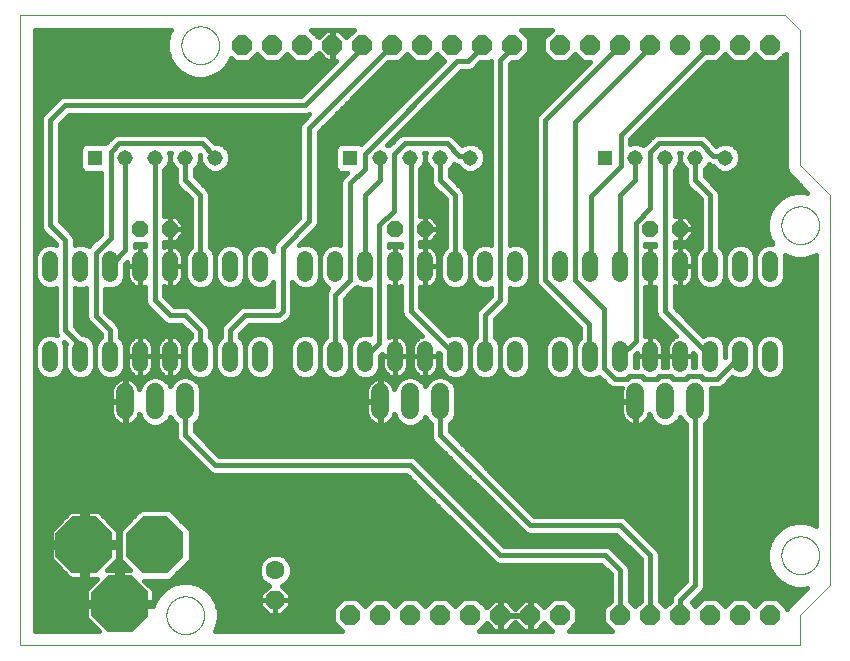
<source format=gbl>
G75*
%MOIN*%
%OFA0B0*%
%FSLAX25Y25*%
%IPPOS*%
%LPD*%
%AMOC8*
5,1,8,0,0,1.08239X$1,22.5*
%
%ADD10C,0.00000*%
%ADD11C,0.05200*%
%ADD12C,0.06000*%
%ADD13R,0.05150X0.05150*%
%ADD14C,0.05150*%
%ADD15OC8,0.19000*%
%ADD16OC8,0.06600*%
%ADD17OC8,0.05200*%
%ADD18OC8,0.06300*%
%ADD19C,0.06300*%
%ADD20C,0.01600*%
D10*
X0009350Y0005000D02*
X0269350Y0005000D01*
X0269350Y0015000D01*
X0279350Y0025000D01*
X0279350Y0155000D01*
X0269350Y0165000D01*
X0269350Y0210000D01*
X0264350Y0215000D01*
X0009350Y0215000D01*
X0009350Y0005000D01*
X0058051Y0015000D02*
X0058053Y0015158D01*
X0058059Y0015316D01*
X0058069Y0015474D01*
X0058083Y0015632D01*
X0058101Y0015789D01*
X0058122Y0015946D01*
X0058148Y0016102D01*
X0058178Y0016258D01*
X0058211Y0016413D01*
X0058249Y0016566D01*
X0058290Y0016719D01*
X0058335Y0016871D01*
X0058384Y0017022D01*
X0058437Y0017171D01*
X0058493Y0017319D01*
X0058553Y0017465D01*
X0058617Y0017610D01*
X0058685Y0017753D01*
X0058756Y0017895D01*
X0058830Y0018035D01*
X0058908Y0018172D01*
X0058990Y0018308D01*
X0059074Y0018442D01*
X0059163Y0018573D01*
X0059254Y0018702D01*
X0059349Y0018829D01*
X0059446Y0018954D01*
X0059547Y0019076D01*
X0059651Y0019195D01*
X0059758Y0019312D01*
X0059868Y0019426D01*
X0059981Y0019537D01*
X0060096Y0019646D01*
X0060214Y0019751D01*
X0060335Y0019853D01*
X0060458Y0019953D01*
X0060584Y0020049D01*
X0060712Y0020142D01*
X0060842Y0020232D01*
X0060975Y0020318D01*
X0061110Y0020402D01*
X0061246Y0020481D01*
X0061385Y0020558D01*
X0061526Y0020630D01*
X0061668Y0020700D01*
X0061812Y0020765D01*
X0061958Y0020827D01*
X0062105Y0020885D01*
X0062254Y0020940D01*
X0062404Y0020991D01*
X0062555Y0021038D01*
X0062707Y0021081D01*
X0062860Y0021120D01*
X0063015Y0021156D01*
X0063170Y0021187D01*
X0063326Y0021215D01*
X0063482Y0021239D01*
X0063639Y0021259D01*
X0063797Y0021275D01*
X0063954Y0021287D01*
X0064113Y0021295D01*
X0064271Y0021299D01*
X0064429Y0021299D01*
X0064587Y0021295D01*
X0064746Y0021287D01*
X0064903Y0021275D01*
X0065061Y0021259D01*
X0065218Y0021239D01*
X0065374Y0021215D01*
X0065530Y0021187D01*
X0065685Y0021156D01*
X0065840Y0021120D01*
X0065993Y0021081D01*
X0066145Y0021038D01*
X0066296Y0020991D01*
X0066446Y0020940D01*
X0066595Y0020885D01*
X0066742Y0020827D01*
X0066888Y0020765D01*
X0067032Y0020700D01*
X0067174Y0020630D01*
X0067315Y0020558D01*
X0067454Y0020481D01*
X0067590Y0020402D01*
X0067725Y0020318D01*
X0067858Y0020232D01*
X0067988Y0020142D01*
X0068116Y0020049D01*
X0068242Y0019953D01*
X0068365Y0019853D01*
X0068486Y0019751D01*
X0068604Y0019646D01*
X0068719Y0019537D01*
X0068832Y0019426D01*
X0068942Y0019312D01*
X0069049Y0019195D01*
X0069153Y0019076D01*
X0069254Y0018954D01*
X0069351Y0018829D01*
X0069446Y0018702D01*
X0069537Y0018573D01*
X0069626Y0018442D01*
X0069710Y0018308D01*
X0069792Y0018172D01*
X0069870Y0018035D01*
X0069944Y0017895D01*
X0070015Y0017753D01*
X0070083Y0017610D01*
X0070147Y0017465D01*
X0070207Y0017319D01*
X0070263Y0017171D01*
X0070316Y0017022D01*
X0070365Y0016871D01*
X0070410Y0016719D01*
X0070451Y0016566D01*
X0070489Y0016413D01*
X0070522Y0016258D01*
X0070552Y0016102D01*
X0070578Y0015946D01*
X0070599Y0015789D01*
X0070617Y0015632D01*
X0070631Y0015474D01*
X0070641Y0015316D01*
X0070647Y0015158D01*
X0070649Y0015000D01*
X0070647Y0014842D01*
X0070641Y0014684D01*
X0070631Y0014526D01*
X0070617Y0014368D01*
X0070599Y0014211D01*
X0070578Y0014054D01*
X0070552Y0013898D01*
X0070522Y0013742D01*
X0070489Y0013587D01*
X0070451Y0013434D01*
X0070410Y0013281D01*
X0070365Y0013129D01*
X0070316Y0012978D01*
X0070263Y0012829D01*
X0070207Y0012681D01*
X0070147Y0012535D01*
X0070083Y0012390D01*
X0070015Y0012247D01*
X0069944Y0012105D01*
X0069870Y0011965D01*
X0069792Y0011828D01*
X0069710Y0011692D01*
X0069626Y0011558D01*
X0069537Y0011427D01*
X0069446Y0011298D01*
X0069351Y0011171D01*
X0069254Y0011046D01*
X0069153Y0010924D01*
X0069049Y0010805D01*
X0068942Y0010688D01*
X0068832Y0010574D01*
X0068719Y0010463D01*
X0068604Y0010354D01*
X0068486Y0010249D01*
X0068365Y0010147D01*
X0068242Y0010047D01*
X0068116Y0009951D01*
X0067988Y0009858D01*
X0067858Y0009768D01*
X0067725Y0009682D01*
X0067590Y0009598D01*
X0067454Y0009519D01*
X0067315Y0009442D01*
X0067174Y0009370D01*
X0067032Y0009300D01*
X0066888Y0009235D01*
X0066742Y0009173D01*
X0066595Y0009115D01*
X0066446Y0009060D01*
X0066296Y0009009D01*
X0066145Y0008962D01*
X0065993Y0008919D01*
X0065840Y0008880D01*
X0065685Y0008844D01*
X0065530Y0008813D01*
X0065374Y0008785D01*
X0065218Y0008761D01*
X0065061Y0008741D01*
X0064903Y0008725D01*
X0064746Y0008713D01*
X0064587Y0008705D01*
X0064429Y0008701D01*
X0064271Y0008701D01*
X0064113Y0008705D01*
X0063954Y0008713D01*
X0063797Y0008725D01*
X0063639Y0008741D01*
X0063482Y0008761D01*
X0063326Y0008785D01*
X0063170Y0008813D01*
X0063015Y0008844D01*
X0062860Y0008880D01*
X0062707Y0008919D01*
X0062555Y0008962D01*
X0062404Y0009009D01*
X0062254Y0009060D01*
X0062105Y0009115D01*
X0061958Y0009173D01*
X0061812Y0009235D01*
X0061668Y0009300D01*
X0061526Y0009370D01*
X0061385Y0009442D01*
X0061246Y0009519D01*
X0061110Y0009598D01*
X0060975Y0009682D01*
X0060842Y0009768D01*
X0060712Y0009858D01*
X0060584Y0009951D01*
X0060458Y0010047D01*
X0060335Y0010147D01*
X0060214Y0010249D01*
X0060096Y0010354D01*
X0059981Y0010463D01*
X0059868Y0010574D01*
X0059758Y0010688D01*
X0059651Y0010805D01*
X0059547Y0010924D01*
X0059446Y0011046D01*
X0059349Y0011171D01*
X0059254Y0011298D01*
X0059163Y0011427D01*
X0059074Y0011558D01*
X0058990Y0011692D01*
X0058908Y0011828D01*
X0058830Y0011965D01*
X0058756Y0012105D01*
X0058685Y0012247D01*
X0058617Y0012390D01*
X0058553Y0012535D01*
X0058493Y0012681D01*
X0058437Y0012829D01*
X0058384Y0012978D01*
X0058335Y0013129D01*
X0058290Y0013281D01*
X0058249Y0013434D01*
X0058211Y0013587D01*
X0058178Y0013742D01*
X0058148Y0013898D01*
X0058122Y0014054D01*
X0058101Y0014211D01*
X0058083Y0014368D01*
X0058069Y0014526D01*
X0058059Y0014684D01*
X0058053Y0014842D01*
X0058051Y0015000D01*
X0263051Y0035000D02*
X0263053Y0035158D01*
X0263059Y0035316D01*
X0263069Y0035474D01*
X0263083Y0035632D01*
X0263101Y0035789D01*
X0263122Y0035946D01*
X0263148Y0036102D01*
X0263178Y0036258D01*
X0263211Y0036413D01*
X0263249Y0036566D01*
X0263290Y0036719D01*
X0263335Y0036871D01*
X0263384Y0037022D01*
X0263437Y0037171D01*
X0263493Y0037319D01*
X0263553Y0037465D01*
X0263617Y0037610D01*
X0263685Y0037753D01*
X0263756Y0037895D01*
X0263830Y0038035D01*
X0263908Y0038172D01*
X0263990Y0038308D01*
X0264074Y0038442D01*
X0264163Y0038573D01*
X0264254Y0038702D01*
X0264349Y0038829D01*
X0264446Y0038954D01*
X0264547Y0039076D01*
X0264651Y0039195D01*
X0264758Y0039312D01*
X0264868Y0039426D01*
X0264981Y0039537D01*
X0265096Y0039646D01*
X0265214Y0039751D01*
X0265335Y0039853D01*
X0265458Y0039953D01*
X0265584Y0040049D01*
X0265712Y0040142D01*
X0265842Y0040232D01*
X0265975Y0040318D01*
X0266110Y0040402D01*
X0266246Y0040481D01*
X0266385Y0040558D01*
X0266526Y0040630D01*
X0266668Y0040700D01*
X0266812Y0040765D01*
X0266958Y0040827D01*
X0267105Y0040885D01*
X0267254Y0040940D01*
X0267404Y0040991D01*
X0267555Y0041038D01*
X0267707Y0041081D01*
X0267860Y0041120D01*
X0268015Y0041156D01*
X0268170Y0041187D01*
X0268326Y0041215D01*
X0268482Y0041239D01*
X0268639Y0041259D01*
X0268797Y0041275D01*
X0268954Y0041287D01*
X0269113Y0041295D01*
X0269271Y0041299D01*
X0269429Y0041299D01*
X0269587Y0041295D01*
X0269746Y0041287D01*
X0269903Y0041275D01*
X0270061Y0041259D01*
X0270218Y0041239D01*
X0270374Y0041215D01*
X0270530Y0041187D01*
X0270685Y0041156D01*
X0270840Y0041120D01*
X0270993Y0041081D01*
X0271145Y0041038D01*
X0271296Y0040991D01*
X0271446Y0040940D01*
X0271595Y0040885D01*
X0271742Y0040827D01*
X0271888Y0040765D01*
X0272032Y0040700D01*
X0272174Y0040630D01*
X0272315Y0040558D01*
X0272454Y0040481D01*
X0272590Y0040402D01*
X0272725Y0040318D01*
X0272858Y0040232D01*
X0272988Y0040142D01*
X0273116Y0040049D01*
X0273242Y0039953D01*
X0273365Y0039853D01*
X0273486Y0039751D01*
X0273604Y0039646D01*
X0273719Y0039537D01*
X0273832Y0039426D01*
X0273942Y0039312D01*
X0274049Y0039195D01*
X0274153Y0039076D01*
X0274254Y0038954D01*
X0274351Y0038829D01*
X0274446Y0038702D01*
X0274537Y0038573D01*
X0274626Y0038442D01*
X0274710Y0038308D01*
X0274792Y0038172D01*
X0274870Y0038035D01*
X0274944Y0037895D01*
X0275015Y0037753D01*
X0275083Y0037610D01*
X0275147Y0037465D01*
X0275207Y0037319D01*
X0275263Y0037171D01*
X0275316Y0037022D01*
X0275365Y0036871D01*
X0275410Y0036719D01*
X0275451Y0036566D01*
X0275489Y0036413D01*
X0275522Y0036258D01*
X0275552Y0036102D01*
X0275578Y0035946D01*
X0275599Y0035789D01*
X0275617Y0035632D01*
X0275631Y0035474D01*
X0275641Y0035316D01*
X0275647Y0035158D01*
X0275649Y0035000D01*
X0275647Y0034842D01*
X0275641Y0034684D01*
X0275631Y0034526D01*
X0275617Y0034368D01*
X0275599Y0034211D01*
X0275578Y0034054D01*
X0275552Y0033898D01*
X0275522Y0033742D01*
X0275489Y0033587D01*
X0275451Y0033434D01*
X0275410Y0033281D01*
X0275365Y0033129D01*
X0275316Y0032978D01*
X0275263Y0032829D01*
X0275207Y0032681D01*
X0275147Y0032535D01*
X0275083Y0032390D01*
X0275015Y0032247D01*
X0274944Y0032105D01*
X0274870Y0031965D01*
X0274792Y0031828D01*
X0274710Y0031692D01*
X0274626Y0031558D01*
X0274537Y0031427D01*
X0274446Y0031298D01*
X0274351Y0031171D01*
X0274254Y0031046D01*
X0274153Y0030924D01*
X0274049Y0030805D01*
X0273942Y0030688D01*
X0273832Y0030574D01*
X0273719Y0030463D01*
X0273604Y0030354D01*
X0273486Y0030249D01*
X0273365Y0030147D01*
X0273242Y0030047D01*
X0273116Y0029951D01*
X0272988Y0029858D01*
X0272858Y0029768D01*
X0272725Y0029682D01*
X0272590Y0029598D01*
X0272454Y0029519D01*
X0272315Y0029442D01*
X0272174Y0029370D01*
X0272032Y0029300D01*
X0271888Y0029235D01*
X0271742Y0029173D01*
X0271595Y0029115D01*
X0271446Y0029060D01*
X0271296Y0029009D01*
X0271145Y0028962D01*
X0270993Y0028919D01*
X0270840Y0028880D01*
X0270685Y0028844D01*
X0270530Y0028813D01*
X0270374Y0028785D01*
X0270218Y0028761D01*
X0270061Y0028741D01*
X0269903Y0028725D01*
X0269746Y0028713D01*
X0269587Y0028705D01*
X0269429Y0028701D01*
X0269271Y0028701D01*
X0269113Y0028705D01*
X0268954Y0028713D01*
X0268797Y0028725D01*
X0268639Y0028741D01*
X0268482Y0028761D01*
X0268326Y0028785D01*
X0268170Y0028813D01*
X0268015Y0028844D01*
X0267860Y0028880D01*
X0267707Y0028919D01*
X0267555Y0028962D01*
X0267404Y0029009D01*
X0267254Y0029060D01*
X0267105Y0029115D01*
X0266958Y0029173D01*
X0266812Y0029235D01*
X0266668Y0029300D01*
X0266526Y0029370D01*
X0266385Y0029442D01*
X0266246Y0029519D01*
X0266110Y0029598D01*
X0265975Y0029682D01*
X0265842Y0029768D01*
X0265712Y0029858D01*
X0265584Y0029951D01*
X0265458Y0030047D01*
X0265335Y0030147D01*
X0265214Y0030249D01*
X0265096Y0030354D01*
X0264981Y0030463D01*
X0264868Y0030574D01*
X0264758Y0030688D01*
X0264651Y0030805D01*
X0264547Y0030924D01*
X0264446Y0031046D01*
X0264349Y0031171D01*
X0264254Y0031298D01*
X0264163Y0031427D01*
X0264074Y0031558D01*
X0263990Y0031692D01*
X0263908Y0031828D01*
X0263830Y0031965D01*
X0263756Y0032105D01*
X0263685Y0032247D01*
X0263617Y0032390D01*
X0263553Y0032535D01*
X0263493Y0032681D01*
X0263437Y0032829D01*
X0263384Y0032978D01*
X0263335Y0033129D01*
X0263290Y0033281D01*
X0263249Y0033434D01*
X0263211Y0033587D01*
X0263178Y0033742D01*
X0263148Y0033898D01*
X0263122Y0034054D01*
X0263101Y0034211D01*
X0263083Y0034368D01*
X0263069Y0034526D01*
X0263059Y0034684D01*
X0263053Y0034842D01*
X0263051Y0035000D01*
X0263051Y0145000D02*
X0263053Y0145158D01*
X0263059Y0145316D01*
X0263069Y0145474D01*
X0263083Y0145632D01*
X0263101Y0145789D01*
X0263122Y0145946D01*
X0263148Y0146102D01*
X0263178Y0146258D01*
X0263211Y0146413D01*
X0263249Y0146566D01*
X0263290Y0146719D01*
X0263335Y0146871D01*
X0263384Y0147022D01*
X0263437Y0147171D01*
X0263493Y0147319D01*
X0263553Y0147465D01*
X0263617Y0147610D01*
X0263685Y0147753D01*
X0263756Y0147895D01*
X0263830Y0148035D01*
X0263908Y0148172D01*
X0263990Y0148308D01*
X0264074Y0148442D01*
X0264163Y0148573D01*
X0264254Y0148702D01*
X0264349Y0148829D01*
X0264446Y0148954D01*
X0264547Y0149076D01*
X0264651Y0149195D01*
X0264758Y0149312D01*
X0264868Y0149426D01*
X0264981Y0149537D01*
X0265096Y0149646D01*
X0265214Y0149751D01*
X0265335Y0149853D01*
X0265458Y0149953D01*
X0265584Y0150049D01*
X0265712Y0150142D01*
X0265842Y0150232D01*
X0265975Y0150318D01*
X0266110Y0150402D01*
X0266246Y0150481D01*
X0266385Y0150558D01*
X0266526Y0150630D01*
X0266668Y0150700D01*
X0266812Y0150765D01*
X0266958Y0150827D01*
X0267105Y0150885D01*
X0267254Y0150940D01*
X0267404Y0150991D01*
X0267555Y0151038D01*
X0267707Y0151081D01*
X0267860Y0151120D01*
X0268015Y0151156D01*
X0268170Y0151187D01*
X0268326Y0151215D01*
X0268482Y0151239D01*
X0268639Y0151259D01*
X0268797Y0151275D01*
X0268954Y0151287D01*
X0269113Y0151295D01*
X0269271Y0151299D01*
X0269429Y0151299D01*
X0269587Y0151295D01*
X0269746Y0151287D01*
X0269903Y0151275D01*
X0270061Y0151259D01*
X0270218Y0151239D01*
X0270374Y0151215D01*
X0270530Y0151187D01*
X0270685Y0151156D01*
X0270840Y0151120D01*
X0270993Y0151081D01*
X0271145Y0151038D01*
X0271296Y0150991D01*
X0271446Y0150940D01*
X0271595Y0150885D01*
X0271742Y0150827D01*
X0271888Y0150765D01*
X0272032Y0150700D01*
X0272174Y0150630D01*
X0272315Y0150558D01*
X0272454Y0150481D01*
X0272590Y0150402D01*
X0272725Y0150318D01*
X0272858Y0150232D01*
X0272988Y0150142D01*
X0273116Y0150049D01*
X0273242Y0149953D01*
X0273365Y0149853D01*
X0273486Y0149751D01*
X0273604Y0149646D01*
X0273719Y0149537D01*
X0273832Y0149426D01*
X0273942Y0149312D01*
X0274049Y0149195D01*
X0274153Y0149076D01*
X0274254Y0148954D01*
X0274351Y0148829D01*
X0274446Y0148702D01*
X0274537Y0148573D01*
X0274626Y0148442D01*
X0274710Y0148308D01*
X0274792Y0148172D01*
X0274870Y0148035D01*
X0274944Y0147895D01*
X0275015Y0147753D01*
X0275083Y0147610D01*
X0275147Y0147465D01*
X0275207Y0147319D01*
X0275263Y0147171D01*
X0275316Y0147022D01*
X0275365Y0146871D01*
X0275410Y0146719D01*
X0275451Y0146566D01*
X0275489Y0146413D01*
X0275522Y0146258D01*
X0275552Y0146102D01*
X0275578Y0145946D01*
X0275599Y0145789D01*
X0275617Y0145632D01*
X0275631Y0145474D01*
X0275641Y0145316D01*
X0275647Y0145158D01*
X0275649Y0145000D01*
X0275647Y0144842D01*
X0275641Y0144684D01*
X0275631Y0144526D01*
X0275617Y0144368D01*
X0275599Y0144211D01*
X0275578Y0144054D01*
X0275552Y0143898D01*
X0275522Y0143742D01*
X0275489Y0143587D01*
X0275451Y0143434D01*
X0275410Y0143281D01*
X0275365Y0143129D01*
X0275316Y0142978D01*
X0275263Y0142829D01*
X0275207Y0142681D01*
X0275147Y0142535D01*
X0275083Y0142390D01*
X0275015Y0142247D01*
X0274944Y0142105D01*
X0274870Y0141965D01*
X0274792Y0141828D01*
X0274710Y0141692D01*
X0274626Y0141558D01*
X0274537Y0141427D01*
X0274446Y0141298D01*
X0274351Y0141171D01*
X0274254Y0141046D01*
X0274153Y0140924D01*
X0274049Y0140805D01*
X0273942Y0140688D01*
X0273832Y0140574D01*
X0273719Y0140463D01*
X0273604Y0140354D01*
X0273486Y0140249D01*
X0273365Y0140147D01*
X0273242Y0140047D01*
X0273116Y0139951D01*
X0272988Y0139858D01*
X0272858Y0139768D01*
X0272725Y0139682D01*
X0272590Y0139598D01*
X0272454Y0139519D01*
X0272315Y0139442D01*
X0272174Y0139370D01*
X0272032Y0139300D01*
X0271888Y0139235D01*
X0271742Y0139173D01*
X0271595Y0139115D01*
X0271446Y0139060D01*
X0271296Y0139009D01*
X0271145Y0138962D01*
X0270993Y0138919D01*
X0270840Y0138880D01*
X0270685Y0138844D01*
X0270530Y0138813D01*
X0270374Y0138785D01*
X0270218Y0138761D01*
X0270061Y0138741D01*
X0269903Y0138725D01*
X0269746Y0138713D01*
X0269587Y0138705D01*
X0269429Y0138701D01*
X0269271Y0138701D01*
X0269113Y0138705D01*
X0268954Y0138713D01*
X0268797Y0138725D01*
X0268639Y0138741D01*
X0268482Y0138761D01*
X0268326Y0138785D01*
X0268170Y0138813D01*
X0268015Y0138844D01*
X0267860Y0138880D01*
X0267707Y0138919D01*
X0267555Y0138962D01*
X0267404Y0139009D01*
X0267254Y0139060D01*
X0267105Y0139115D01*
X0266958Y0139173D01*
X0266812Y0139235D01*
X0266668Y0139300D01*
X0266526Y0139370D01*
X0266385Y0139442D01*
X0266246Y0139519D01*
X0266110Y0139598D01*
X0265975Y0139682D01*
X0265842Y0139768D01*
X0265712Y0139858D01*
X0265584Y0139951D01*
X0265458Y0140047D01*
X0265335Y0140147D01*
X0265214Y0140249D01*
X0265096Y0140354D01*
X0264981Y0140463D01*
X0264868Y0140574D01*
X0264758Y0140688D01*
X0264651Y0140805D01*
X0264547Y0140924D01*
X0264446Y0141046D01*
X0264349Y0141171D01*
X0264254Y0141298D01*
X0264163Y0141427D01*
X0264074Y0141558D01*
X0263990Y0141692D01*
X0263908Y0141828D01*
X0263830Y0141965D01*
X0263756Y0142105D01*
X0263685Y0142247D01*
X0263617Y0142390D01*
X0263553Y0142535D01*
X0263493Y0142681D01*
X0263437Y0142829D01*
X0263384Y0142978D01*
X0263335Y0143129D01*
X0263290Y0143281D01*
X0263249Y0143434D01*
X0263211Y0143587D01*
X0263178Y0143742D01*
X0263148Y0143898D01*
X0263122Y0144054D01*
X0263101Y0144211D01*
X0263083Y0144368D01*
X0263069Y0144526D01*
X0263059Y0144684D01*
X0263053Y0144842D01*
X0263051Y0145000D01*
X0063051Y0205000D02*
X0063053Y0205158D01*
X0063059Y0205316D01*
X0063069Y0205474D01*
X0063083Y0205632D01*
X0063101Y0205789D01*
X0063122Y0205946D01*
X0063148Y0206102D01*
X0063178Y0206258D01*
X0063211Y0206413D01*
X0063249Y0206566D01*
X0063290Y0206719D01*
X0063335Y0206871D01*
X0063384Y0207022D01*
X0063437Y0207171D01*
X0063493Y0207319D01*
X0063553Y0207465D01*
X0063617Y0207610D01*
X0063685Y0207753D01*
X0063756Y0207895D01*
X0063830Y0208035D01*
X0063908Y0208172D01*
X0063990Y0208308D01*
X0064074Y0208442D01*
X0064163Y0208573D01*
X0064254Y0208702D01*
X0064349Y0208829D01*
X0064446Y0208954D01*
X0064547Y0209076D01*
X0064651Y0209195D01*
X0064758Y0209312D01*
X0064868Y0209426D01*
X0064981Y0209537D01*
X0065096Y0209646D01*
X0065214Y0209751D01*
X0065335Y0209853D01*
X0065458Y0209953D01*
X0065584Y0210049D01*
X0065712Y0210142D01*
X0065842Y0210232D01*
X0065975Y0210318D01*
X0066110Y0210402D01*
X0066246Y0210481D01*
X0066385Y0210558D01*
X0066526Y0210630D01*
X0066668Y0210700D01*
X0066812Y0210765D01*
X0066958Y0210827D01*
X0067105Y0210885D01*
X0067254Y0210940D01*
X0067404Y0210991D01*
X0067555Y0211038D01*
X0067707Y0211081D01*
X0067860Y0211120D01*
X0068015Y0211156D01*
X0068170Y0211187D01*
X0068326Y0211215D01*
X0068482Y0211239D01*
X0068639Y0211259D01*
X0068797Y0211275D01*
X0068954Y0211287D01*
X0069113Y0211295D01*
X0069271Y0211299D01*
X0069429Y0211299D01*
X0069587Y0211295D01*
X0069746Y0211287D01*
X0069903Y0211275D01*
X0070061Y0211259D01*
X0070218Y0211239D01*
X0070374Y0211215D01*
X0070530Y0211187D01*
X0070685Y0211156D01*
X0070840Y0211120D01*
X0070993Y0211081D01*
X0071145Y0211038D01*
X0071296Y0210991D01*
X0071446Y0210940D01*
X0071595Y0210885D01*
X0071742Y0210827D01*
X0071888Y0210765D01*
X0072032Y0210700D01*
X0072174Y0210630D01*
X0072315Y0210558D01*
X0072454Y0210481D01*
X0072590Y0210402D01*
X0072725Y0210318D01*
X0072858Y0210232D01*
X0072988Y0210142D01*
X0073116Y0210049D01*
X0073242Y0209953D01*
X0073365Y0209853D01*
X0073486Y0209751D01*
X0073604Y0209646D01*
X0073719Y0209537D01*
X0073832Y0209426D01*
X0073942Y0209312D01*
X0074049Y0209195D01*
X0074153Y0209076D01*
X0074254Y0208954D01*
X0074351Y0208829D01*
X0074446Y0208702D01*
X0074537Y0208573D01*
X0074626Y0208442D01*
X0074710Y0208308D01*
X0074792Y0208172D01*
X0074870Y0208035D01*
X0074944Y0207895D01*
X0075015Y0207753D01*
X0075083Y0207610D01*
X0075147Y0207465D01*
X0075207Y0207319D01*
X0075263Y0207171D01*
X0075316Y0207022D01*
X0075365Y0206871D01*
X0075410Y0206719D01*
X0075451Y0206566D01*
X0075489Y0206413D01*
X0075522Y0206258D01*
X0075552Y0206102D01*
X0075578Y0205946D01*
X0075599Y0205789D01*
X0075617Y0205632D01*
X0075631Y0205474D01*
X0075641Y0205316D01*
X0075647Y0205158D01*
X0075649Y0205000D01*
X0075647Y0204842D01*
X0075641Y0204684D01*
X0075631Y0204526D01*
X0075617Y0204368D01*
X0075599Y0204211D01*
X0075578Y0204054D01*
X0075552Y0203898D01*
X0075522Y0203742D01*
X0075489Y0203587D01*
X0075451Y0203434D01*
X0075410Y0203281D01*
X0075365Y0203129D01*
X0075316Y0202978D01*
X0075263Y0202829D01*
X0075207Y0202681D01*
X0075147Y0202535D01*
X0075083Y0202390D01*
X0075015Y0202247D01*
X0074944Y0202105D01*
X0074870Y0201965D01*
X0074792Y0201828D01*
X0074710Y0201692D01*
X0074626Y0201558D01*
X0074537Y0201427D01*
X0074446Y0201298D01*
X0074351Y0201171D01*
X0074254Y0201046D01*
X0074153Y0200924D01*
X0074049Y0200805D01*
X0073942Y0200688D01*
X0073832Y0200574D01*
X0073719Y0200463D01*
X0073604Y0200354D01*
X0073486Y0200249D01*
X0073365Y0200147D01*
X0073242Y0200047D01*
X0073116Y0199951D01*
X0072988Y0199858D01*
X0072858Y0199768D01*
X0072725Y0199682D01*
X0072590Y0199598D01*
X0072454Y0199519D01*
X0072315Y0199442D01*
X0072174Y0199370D01*
X0072032Y0199300D01*
X0071888Y0199235D01*
X0071742Y0199173D01*
X0071595Y0199115D01*
X0071446Y0199060D01*
X0071296Y0199009D01*
X0071145Y0198962D01*
X0070993Y0198919D01*
X0070840Y0198880D01*
X0070685Y0198844D01*
X0070530Y0198813D01*
X0070374Y0198785D01*
X0070218Y0198761D01*
X0070061Y0198741D01*
X0069903Y0198725D01*
X0069746Y0198713D01*
X0069587Y0198705D01*
X0069429Y0198701D01*
X0069271Y0198701D01*
X0069113Y0198705D01*
X0068954Y0198713D01*
X0068797Y0198725D01*
X0068639Y0198741D01*
X0068482Y0198761D01*
X0068326Y0198785D01*
X0068170Y0198813D01*
X0068015Y0198844D01*
X0067860Y0198880D01*
X0067707Y0198919D01*
X0067555Y0198962D01*
X0067404Y0199009D01*
X0067254Y0199060D01*
X0067105Y0199115D01*
X0066958Y0199173D01*
X0066812Y0199235D01*
X0066668Y0199300D01*
X0066526Y0199370D01*
X0066385Y0199442D01*
X0066246Y0199519D01*
X0066110Y0199598D01*
X0065975Y0199682D01*
X0065842Y0199768D01*
X0065712Y0199858D01*
X0065584Y0199951D01*
X0065458Y0200047D01*
X0065335Y0200147D01*
X0065214Y0200249D01*
X0065096Y0200354D01*
X0064981Y0200463D01*
X0064868Y0200574D01*
X0064758Y0200688D01*
X0064651Y0200805D01*
X0064547Y0200924D01*
X0064446Y0201046D01*
X0064349Y0201171D01*
X0064254Y0201298D01*
X0064163Y0201427D01*
X0064074Y0201558D01*
X0063990Y0201692D01*
X0063908Y0201828D01*
X0063830Y0201965D01*
X0063756Y0202105D01*
X0063685Y0202247D01*
X0063617Y0202390D01*
X0063553Y0202535D01*
X0063493Y0202681D01*
X0063437Y0202829D01*
X0063384Y0202978D01*
X0063335Y0203129D01*
X0063290Y0203281D01*
X0063249Y0203434D01*
X0063211Y0203587D01*
X0063178Y0203742D01*
X0063148Y0203898D01*
X0063122Y0204054D01*
X0063101Y0204211D01*
X0063083Y0204368D01*
X0063069Y0204526D01*
X0063059Y0204684D01*
X0063053Y0204842D01*
X0063051Y0205000D01*
D11*
X0059350Y0133850D02*
X0059350Y0128650D01*
X0069350Y0128650D02*
X0069350Y0133850D01*
X0079350Y0133850D02*
X0079350Y0128650D01*
X0089350Y0128650D02*
X0089350Y0133850D01*
X0104350Y0133850D02*
X0104350Y0128650D01*
X0114350Y0128650D02*
X0114350Y0133850D01*
X0124350Y0133850D02*
X0124350Y0128650D01*
X0134350Y0128650D02*
X0134350Y0133850D01*
X0144350Y0133850D02*
X0144350Y0128650D01*
X0154350Y0128650D02*
X0154350Y0133850D01*
X0164350Y0133850D02*
X0164350Y0128650D01*
X0174350Y0128650D02*
X0174350Y0133850D01*
X0189350Y0133850D02*
X0189350Y0128650D01*
X0199350Y0128650D02*
X0199350Y0133850D01*
X0209350Y0133850D02*
X0209350Y0128650D01*
X0219350Y0128650D02*
X0219350Y0133850D01*
X0229350Y0133850D02*
X0229350Y0128650D01*
X0239350Y0128650D02*
X0239350Y0133850D01*
X0249350Y0133850D02*
X0249350Y0128650D01*
X0259350Y0128650D02*
X0259350Y0133850D01*
X0259350Y0103850D02*
X0259350Y0098650D01*
X0249350Y0098650D02*
X0249350Y0103850D01*
X0239350Y0103850D02*
X0239350Y0098650D01*
X0229350Y0098650D02*
X0229350Y0103850D01*
X0219350Y0103850D02*
X0219350Y0098650D01*
X0209350Y0098650D02*
X0209350Y0103850D01*
X0199350Y0103850D02*
X0199350Y0098650D01*
X0189350Y0098650D02*
X0189350Y0103850D01*
X0174350Y0103850D02*
X0174350Y0098650D01*
X0164350Y0098650D02*
X0164350Y0103850D01*
X0154350Y0103850D02*
X0154350Y0098650D01*
X0144350Y0098650D02*
X0144350Y0103850D01*
X0134350Y0103850D02*
X0134350Y0098650D01*
X0124350Y0098650D02*
X0124350Y0103850D01*
X0114350Y0103850D02*
X0114350Y0098650D01*
X0104350Y0098650D02*
X0104350Y0103850D01*
X0089350Y0103850D02*
X0089350Y0098650D01*
X0079350Y0098650D02*
X0079350Y0103850D01*
X0069350Y0103850D02*
X0069350Y0098650D01*
X0059350Y0098650D02*
X0059350Y0103850D01*
X0049350Y0103850D02*
X0049350Y0098650D01*
X0039350Y0098650D02*
X0039350Y0103850D01*
X0029350Y0103850D02*
X0029350Y0098650D01*
X0019350Y0098650D02*
X0019350Y0103850D01*
X0019350Y0128650D02*
X0019350Y0133850D01*
X0029350Y0133850D02*
X0029350Y0128650D01*
X0039350Y0128650D02*
X0039350Y0133850D01*
X0049350Y0133850D02*
X0049350Y0128650D01*
D12*
X0044350Y0089250D02*
X0044350Y0083250D01*
X0054350Y0083250D02*
X0054350Y0089250D01*
X0064350Y0089250D02*
X0064350Y0083250D01*
X0129350Y0083250D02*
X0129350Y0089250D01*
X0139350Y0089250D02*
X0139350Y0083250D01*
X0149350Y0083250D02*
X0149350Y0089250D01*
X0214350Y0089250D02*
X0214350Y0083250D01*
X0224350Y0083250D02*
X0224350Y0089250D01*
X0234350Y0089250D02*
X0234350Y0083250D01*
D13*
X0204350Y0167500D03*
X0119350Y0167500D03*
X0034350Y0167500D03*
D14*
X0044350Y0167500D03*
X0054350Y0167500D03*
X0064350Y0167500D03*
X0074350Y0167500D03*
X0129350Y0167500D03*
X0139350Y0167500D03*
X0149350Y0167500D03*
X0159350Y0167500D03*
X0214350Y0167500D03*
X0224350Y0167500D03*
X0234350Y0167500D03*
X0244350Y0167500D03*
D15*
X0054350Y0038450D03*
X0042550Y0018750D03*
X0030750Y0038450D03*
D16*
X0119350Y0015000D03*
X0129350Y0015000D03*
X0139350Y0015000D03*
X0149350Y0015000D03*
X0159350Y0015000D03*
X0169350Y0015000D03*
X0179350Y0015000D03*
X0189350Y0015000D03*
X0209350Y0015000D03*
X0219350Y0015000D03*
X0229350Y0015000D03*
X0239350Y0015000D03*
X0249350Y0015000D03*
X0259350Y0015000D03*
X0259350Y0205000D03*
X0249350Y0205000D03*
X0239350Y0205000D03*
X0229350Y0205000D03*
X0219350Y0205000D03*
X0209350Y0205000D03*
X0199350Y0205000D03*
X0189350Y0205000D03*
X0173350Y0205000D03*
X0163350Y0205000D03*
X0153350Y0205000D03*
X0143350Y0205000D03*
X0133350Y0205000D03*
X0123350Y0205000D03*
X0113350Y0205000D03*
X0103350Y0205000D03*
X0093350Y0205000D03*
X0083350Y0205000D03*
D17*
X0059350Y0143750D03*
X0049350Y0143750D03*
X0134350Y0143750D03*
X0144350Y0143750D03*
X0219350Y0143750D03*
X0229350Y0143750D03*
D18*
X0094350Y0020000D03*
D19*
X0094350Y0030000D03*
D20*
X0092223Y0024874D02*
X0089400Y0022050D01*
X0089400Y0020000D01*
X0094350Y0020000D01*
X0099300Y0020000D01*
X0099300Y0022050D01*
X0096477Y0024874D01*
X0097494Y0025295D01*
X0099055Y0026856D01*
X0099900Y0028896D01*
X0099900Y0031104D01*
X0099055Y0033144D01*
X0097494Y0034705D01*
X0095454Y0035550D01*
X0093246Y0035550D01*
X0091206Y0034705D01*
X0089645Y0033144D01*
X0088800Y0031104D01*
X0088800Y0028896D01*
X0089645Y0026856D01*
X0091206Y0025295D01*
X0092223Y0024874D01*
X0091532Y0024182D02*
X0070644Y0024182D01*
X0071165Y0023882D02*
X0068634Y0025343D01*
X0065811Y0026099D01*
X0062889Y0026099D01*
X0060066Y0025343D01*
X0057535Y0023882D01*
X0055468Y0021815D01*
X0054007Y0019284D01*
X0053650Y0017950D01*
X0043350Y0017950D01*
X0043350Y0019550D01*
X0041750Y0019550D01*
X0041750Y0030050D01*
X0038331Y0030050D01*
X0042050Y0033769D01*
X0042050Y0037650D01*
X0031550Y0037650D01*
X0031550Y0039250D01*
X0029950Y0039250D01*
X0029950Y0049750D01*
X0026069Y0049750D01*
X0019450Y0043131D01*
X0019450Y0039250D01*
X0029950Y0039250D01*
X0029950Y0037650D01*
X0031550Y0037650D01*
X0031550Y0027150D01*
X0034969Y0027150D01*
X0031250Y0023431D01*
X0031250Y0019550D01*
X0041750Y0019550D01*
X0041750Y0017950D01*
X0031250Y0017950D01*
X0031250Y0014069D01*
X0035519Y0009800D01*
X0014150Y0009800D01*
X0014150Y0210200D01*
X0059536Y0210200D01*
X0059007Y0209284D01*
X0058251Y0206461D01*
X0058251Y0203539D01*
X0059007Y0200716D01*
X0060468Y0198185D01*
X0062535Y0196118D01*
X0065066Y0194657D01*
X0067889Y0193901D01*
X0070811Y0193901D01*
X0073634Y0194657D01*
X0076165Y0196118D01*
X0078232Y0198185D01*
X0079649Y0200640D01*
X0080989Y0199300D01*
X0085711Y0199300D01*
X0088350Y0201939D01*
X0090989Y0199300D01*
X0095711Y0199300D01*
X0098350Y0201939D01*
X0100989Y0199300D01*
X0105711Y0199300D01*
X0108774Y0202363D01*
X0111238Y0199900D01*
X0113166Y0199900D01*
X0113166Y0204816D01*
X0113534Y0204816D01*
X0113534Y0199900D01*
X0114725Y0199900D01*
X0103025Y0188200D01*
X0023713Y0188200D01*
X0022537Y0187713D01*
X0017537Y0182713D01*
X0016637Y0181813D01*
X0016150Y0180637D01*
X0016150Y0144363D01*
X0016637Y0143187D01*
X0021150Y0138675D01*
X0021150Y0138516D01*
X0020345Y0138850D01*
X0018355Y0138850D01*
X0016518Y0138089D01*
X0015111Y0136682D01*
X0014350Y0134845D01*
X0014350Y0127655D01*
X0015111Y0125818D01*
X0016518Y0124411D01*
X0018355Y0123650D01*
X0020345Y0123650D01*
X0021150Y0123984D01*
X0021150Y0109363D01*
X0021574Y0108341D01*
X0020345Y0108850D01*
X0018355Y0108850D01*
X0016518Y0108089D01*
X0015111Y0106682D01*
X0014350Y0104845D01*
X0014350Y0097655D01*
X0015111Y0095818D01*
X0016518Y0094411D01*
X0018355Y0093650D01*
X0020345Y0093650D01*
X0022182Y0094411D01*
X0023589Y0095818D01*
X0024350Y0097655D01*
X0025111Y0095818D01*
X0026518Y0094411D01*
X0028355Y0093650D01*
X0030345Y0093650D01*
X0032182Y0094411D01*
X0033589Y0095818D01*
X0034350Y0097655D01*
X0035111Y0095818D01*
X0036518Y0094411D01*
X0038355Y0093650D01*
X0040345Y0093650D01*
X0042182Y0094411D01*
X0043589Y0095818D01*
X0044350Y0097655D01*
X0044350Y0104845D01*
X0043589Y0106682D01*
X0042550Y0107721D01*
X0042550Y0110637D01*
X0042063Y0111813D01*
X0041163Y0112713D01*
X0037750Y0116125D01*
X0037750Y0123901D01*
X0038355Y0123650D01*
X0040345Y0123650D01*
X0042182Y0124411D01*
X0043589Y0125818D01*
X0044350Y0127655D01*
X0044350Y0132075D01*
X0044950Y0132675D01*
X0044950Y0131250D01*
X0049350Y0131250D01*
X0049350Y0131250D01*
X0049350Y0138250D01*
X0049696Y0138250D01*
X0050380Y0138142D01*
X0050950Y0137957D01*
X0050950Y0138750D01*
X0047550Y0138750D01*
X0047550Y0137871D01*
X0047661Y0137928D01*
X0048320Y0138142D01*
X0049004Y0138250D01*
X0049350Y0138250D01*
X0049350Y0131250D01*
X0049350Y0124250D01*
X0049696Y0124250D01*
X0050380Y0124358D01*
X0050950Y0124543D01*
X0050950Y0119363D01*
X0051437Y0118187D01*
X0057337Y0112287D01*
X0058513Y0111800D01*
X0063025Y0111800D01*
X0066150Y0108675D01*
X0066150Y0107721D01*
X0065111Y0106682D01*
X0064350Y0104845D01*
X0064350Y0097655D01*
X0065111Y0095818D01*
X0066518Y0094411D01*
X0068355Y0093650D01*
X0070345Y0093650D01*
X0072182Y0094411D01*
X0073589Y0095818D01*
X0074350Y0097655D01*
X0075111Y0095818D01*
X0076518Y0094411D01*
X0078355Y0093650D01*
X0080345Y0093650D01*
X0082182Y0094411D01*
X0083589Y0095818D01*
X0084350Y0097655D01*
X0085111Y0095818D01*
X0086518Y0094411D01*
X0088355Y0093650D01*
X0090345Y0093650D01*
X0092182Y0094411D01*
X0093589Y0095818D01*
X0094350Y0097655D01*
X0094350Y0104845D01*
X0093589Y0106682D01*
X0092182Y0108089D01*
X0090345Y0108850D01*
X0088355Y0108850D01*
X0086518Y0108089D01*
X0085111Y0106682D01*
X0084350Y0104845D01*
X0084350Y0097655D01*
X0084350Y0104845D01*
X0083589Y0106682D01*
X0082550Y0107721D01*
X0082550Y0108675D01*
X0085675Y0111800D01*
X0096237Y0111800D01*
X0097413Y0112287D01*
X0098663Y0113537D01*
X0099563Y0114437D01*
X0100050Y0115613D01*
X0100050Y0125966D01*
X0100111Y0125818D01*
X0101518Y0124411D01*
X0103355Y0123650D01*
X0105345Y0123650D01*
X0107182Y0124411D01*
X0108589Y0125818D01*
X0109350Y0127655D01*
X0110111Y0125818D01*
X0111518Y0124411D01*
X0112096Y0124172D01*
X0111637Y0123713D01*
X0111150Y0122537D01*
X0111150Y0107721D01*
X0110111Y0106682D01*
X0109350Y0104845D01*
X0108589Y0106682D01*
X0107182Y0108089D01*
X0105345Y0108850D01*
X0103355Y0108850D01*
X0101518Y0108089D01*
X0100111Y0106682D01*
X0099350Y0104845D01*
X0099350Y0097655D01*
X0100111Y0095818D01*
X0101518Y0094411D01*
X0103355Y0093650D01*
X0105345Y0093650D01*
X0107182Y0094411D01*
X0108589Y0095818D01*
X0109350Y0097655D01*
X0109350Y0104845D01*
X0109350Y0097655D01*
X0110111Y0095818D01*
X0111518Y0094411D01*
X0113355Y0093650D01*
X0115345Y0093650D01*
X0117182Y0094411D01*
X0118589Y0095818D01*
X0119350Y0097655D01*
X0120111Y0095818D01*
X0121518Y0094411D01*
X0123355Y0093650D01*
X0125345Y0093650D01*
X0127182Y0094411D01*
X0128589Y0095818D01*
X0129350Y0097655D01*
X0129350Y0101575D01*
X0129950Y0102175D01*
X0129950Y0101250D01*
X0134350Y0101250D01*
X0134350Y0101250D01*
X0134350Y0108250D01*
X0134696Y0108250D01*
X0135380Y0108142D01*
X0136039Y0107928D01*
X0136656Y0107613D01*
X0137216Y0107206D01*
X0137706Y0106716D01*
X0138113Y0106156D01*
X0138428Y0105539D01*
X0138642Y0104880D01*
X0138750Y0104196D01*
X0138750Y0101250D01*
X0134350Y0101250D01*
X0134350Y0101250D01*
X0134350Y0108250D01*
X0134004Y0108250D01*
X0133320Y0108142D01*
X0132661Y0107928D01*
X0132250Y0107718D01*
X0132250Y0124782D01*
X0132661Y0124572D01*
X0133320Y0124358D01*
X0134004Y0124250D01*
X0134350Y0124250D01*
X0134696Y0124250D01*
X0135380Y0124358D01*
X0136039Y0124572D01*
X0136350Y0124731D01*
X0136350Y0115663D01*
X0136837Y0114487D01*
X0143216Y0108108D01*
X0142661Y0107928D01*
X0142044Y0107613D01*
X0141484Y0107206D01*
X0140994Y0106716D01*
X0140587Y0106156D01*
X0140272Y0105539D01*
X0140058Y0104880D01*
X0139950Y0104196D01*
X0139950Y0101250D01*
X0144350Y0101250D01*
X0148750Y0101250D01*
X0148750Y0102575D01*
X0149350Y0101975D01*
X0149350Y0097655D01*
X0150111Y0095818D01*
X0151518Y0094411D01*
X0153355Y0093650D01*
X0155345Y0093650D01*
X0157182Y0094411D01*
X0158589Y0095818D01*
X0159350Y0097655D01*
X0159350Y0104845D01*
X0158589Y0106682D01*
X0157182Y0108089D01*
X0155345Y0108850D01*
X0153355Y0108850D01*
X0152061Y0108314D01*
X0142750Y0117625D01*
X0142750Y0124543D01*
X0143320Y0124358D01*
X0144004Y0124250D01*
X0144350Y0124250D01*
X0144696Y0124250D01*
X0145380Y0124358D01*
X0146039Y0124572D01*
X0146656Y0124887D01*
X0147216Y0125294D01*
X0147706Y0125784D01*
X0148113Y0126344D01*
X0148428Y0126961D01*
X0148642Y0127620D01*
X0148750Y0128304D01*
X0148750Y0131250D01*
X0148750Y0134196D01*
X0148642Y0134880D01*
X0148428Y0135539D01*
X0148113Y0136156D01*
X0147706Y0136716D01*
X0147216Y0137206D01*
X0146656Y0137613D01*
X0146039Y0137928D01*
X0145380Y0138142D01*
X0144696Y0138250D01*
X0144350Y0138250D01*
X0144350Y0131250D01*
X0144350Y0131250D01*
X0148750Y0131250D01*
X0144350Y0131250D01*
X0144350Y0131250D01*
X0144350Y0138250D01*
X0144004Y0138250D01*
X0143320Y0138142D01*
X0142750Y0137957D01*
X0142750Y0139350D01*
X0144350Y0139350D01*
X0146173Y0139350D01*
X0148750Y0141927D01*
X0148750Y0143750D01*
X0148750Y0145573D01*
X0146173Y0148150D01*
X0144350Y0148150D01*
X0144350Y0143750D01*
X0144350Y0143750D01*
X0148750Y0143750D01*
X0144350Y0143750D01*
X0144350Y0143750D01*
X0144350Y0148150D01*
X0142750Y0148150D01*
X0142750Y0163865D01*
X0143567Y0164682D01*
X0144325Y0166510D01*
X0144325Y0168490D01*
X0144072Y0169100D01*
X0144628Y0169100D01*
X0144375Y0168490D01*
X0144375Y0166510D01*
X0145133Y0164682D01*
X0146150Y0163665D01*
X0146150Y0159363D01*
X0146637Y0158187D01*
X0151150Y0153675D01*
X0151150Y0137721D01*
X0150111Y0136682D01*
X0149350Y0134845D01*
X0149350Y0127655D01*
X0150111Y0125818D01*
X0151518Y0124411D01*
X0153355Y0123650D01*
X0155345Y0123650D01*
X0157182Y0124411D01*
X0158589Y0125818D01*
X0159350Y0127655D01*
X0160111Y0125818D01*
X0161518Y0124411D01*
X0163355Y0123650D01*
X0165345Y0123650D01*
X0166150Y0123984D01*
X0166150Y0121325D01*
X0162537Y0117713D01*
X0161637Y0116813D01*
X0161150Y0115637D01*
X0161150Y0107721D01*
X0160111Y0106682D01*
X0159350Y0104845D01*
X0159350Y0097655D01*
X0160111Y0095818D01*
X0161518Y0094411D01*
X0163355Y0093650D01*
X0165345Y0093650D01*
X0167182Y0094411D01*
X0168589Y0095818D01*
X0169350Y0097655D01*
X0170111Y0095818D01*
X0171518Y0094411D01*
X0173355Y0093650D01*
X0175345Y0093650D01*
X0177182Y0094411D01*
X0178589Y0095818D01*
X0179350Y0097655D01*
X0179350Y0104845D01*
X0178589Y0106682D01*
X0177182Y0108089D01*
X0175345Y0108850D01*
X0173355Y0108850D01*
X0171518Y0108089D01*
X0170111Y0106682D01*
X0169350Y0104845D01*
X0169350Y0097655D01*
X0169350Y0104845D01*
X0168589Y0106682D01*
X0167550Y0107721D01*
X0167550Y0113675D01*
X0172063Y0118187D01*
X0172550Y0119363D01*
X0172550Y0123984D01*
X0173355Y0123650D01*
X0175345Y0123650D01*
X0177182Y0124411D01*
X0178589Y0125818D01*
X0179350Y0127655D01*
X0179350Y0134845D01*
X0178589Y0136682D01*
X0177182Y0138089D01*
X0175345Y0138850D01*
X0173355Y0138850D01*
X0172550Y0138516D01*
X0172550Y0198675D01*
X0173175Y0199300D01*
X0175711Y0199300D01*
X0179050Y0202639D01*
X0179050Y0207361D01*
X0176211Y0210200D01*
X0186489Y0210200D01*
X0183650Y0207361D01*
X0183650Y0202639D01*
X0186989Y0199300D01*
X0191711Y0199300D01*
X0194350Y0201939D01*
X0196989Y0199300D01*
X0199125Y0199300D01*
X0181637Y0181813D01*
X0181150Y0180637D01*
X0181150Y0126163D01*
X0181637Y0124987D01*
X0182537Y0124087D01*
X0195850Y0110775D01*
X0195850Y0107421D01*
X0195111Y0106682D01*
X0194350Y0104845D01*
X0193589Y0106682D01*
X0192182Y0108089D01*
X0190345Y0108850D01*
X0188355Y0108850D01*
X0186518Y0108089D01*
X0185111Y0106682D01*
X0184350Y0104845D01*
X0184350Y0097655D01*
X0185111Y0095818D01*
X0186518Y0094411D01*
X0188355Y0093650D01*
X0190345Y0093650D01*
X0192182Y0094411D01*
X0193589Y0095818D01*
X0194350Y0097655D01*
X0194350Y0104845D01*
X0194350Y0097655D01*
X0195111Y0095818D01*
X0196518Y0094411D01*
X0198355Y0093650D01*
X0200345Y0093650D01*
X0202182Y0094411D01*
X0202298Y0094527D01*
X0205637Y0091187D01*
X0206813Y0090700D01*
X0209774Y0090700D01*
X0209668Y0090374D01*
X0209550Y0089628D01*
X0209550Y0086450D01*
X0214150Y0086450D01*
X0214150Y0086050D01*
X0214550Y0086050D01*
X0214550Y0078450D01*
X0214728Y0078450D01*
X0215474Y0078568D01*
X0216193Y0078802D01*
X0216866Y0079145D01*
X0217477Y0079589D01*
X0218011Y0080123D01*
X0218455Y0080734D01*
X0218798Y0081407D01*
X0219005Y0082043D01*
X0219772Y0080191D01*
X0221291Y0078672D01*
X0223276Y0077850D01*
X0225424Y0077850D01*
X0227409Y0078672D01*
X0228928Y0080191D01*
X0229350Y0081210D01*
X0229772Y0080191D01*
X0231150Y0078813D01*
X0231150Y0026325D01*
X0226637Y0021813D01*
X0226150Y0020637D01*
X0226150Y0019861D01*
X0224350Y0018061D01*
X0222550Y0019861D01*
X0222550Y0035637D01*
X0222063Y0036813D01*
X0212063Y0046813D01*
X0211163Y0047713D01*
X0209987Y0048200D01*
X0180675Y0048200D01*
X0152550Y0076325D01*
X0152550Y0078813D01*
X0153928Y0080191D01*
X0154750Y0082176D01*
X0154750Y0090324D01*
X0153928Y0092309D01*
X0152409Y0093828D01*
X0150424Y0094650D01*
X0148276Y0094650D01*
X0146291Y0093828D01*
X0144772Y0092309D01*
X0144350Y0091290D01*
X0143928Y0092309D01*
X0142409Y0093828D01*
X0140424Y0094650D01*
X0138276Y0094650D01*
X0136291Y0093828D01*
X0134772Y0092309D01*
X0134005Y0090457D01*
X0133798Y0091093D01*
X0133455Y0091766D01*
X0133011Y0092377D01*
X0132477Y0092911D01*
X0131866Y0093355D01*
X0131193Y0093698D01*
X0130474Y0093932D01*
X0129728Y0094050D01*
X0129550Y0094050D01*
X0129550Y0086450D01*
X0129150Y0086450D01*
X0129150Y0094050D01*
X0128972Y0094050D01*
X0128226Y0093932D01*
X0127507Y0093698D01*
X0126834Y0093355D01*
X0126223Y0092911D01*
X0125689Y0092377D01*
X0125245Y0091766D01*
X0124902Y0091093D01*
X0124668Y0090374D01*
X0124550Y0089628D01*
X0124550Y0086450D01*
X0129150Y0086450D01*
X0129150Y0086050D01*
X0129550Y0086050D01*
X0129550Y0078450D01*
X0129728Y0078450D01*
X0130474Y0078568D01*
X0131193Y0078802D01*
X0131866Y0079145D01*
X0132477Y0079589D01*
X0133011Y0080123D01*
X0133455Y0080734D01*
X0133798Y0081407D01*
X0134005Y0082043D01*
X0134772Y0080191D01*
X0136291Y0078672D01*
X0138276Y0077850D01*
X0140424Y0077850D01*
X0142409Y0078672D01*
X0143928Y0080191D01*
X0144350Y0081210D01*
X0144772Y0080191D01*
X0146150Y0078813D01*
X0146150Y0074363D01*
X0146637Y0073187D01*
X0177537Y0042287D01*
X0178713Y0041800D01*
X0208025Y0041800D01*
X0216150Y0033675D01*
X0216150Y0019861D01*
X0214350Y0018061D01*
X0212550Y0019861D01*
X0212550Y0030637D01*
X0212063Y0031813D01*
X0207063Y0036813D01*
X0206163Y0037713D01*
X0204987Y0038200D01*
X0170675Y0038200D01*
X0142063Y0066813D01*
X0141163Y0067713D01*
X0139987Y0068200D01*
X0075675Y0068200D01*
X0067550Y0076325D01*
X0067550Y0078813D01*
X0068928Y0080191D01*
X0069750Y0082176D01*
X0069750Y0090324D01*
X0068928Y0092309D01*
X0067409Y0093828D01*
X0065424Y0094650D01*
X0063276Y0094650D01*
X0061291Y0093828D01*
X0059772Y0092309D01*
X0059350Y0091290D01*
X0058928Y0092309D01*
X0057409Y0093828D01*
X0055424Y0094650D01*
X0053276Y0094650D01*
X0051291Y0093828D01*
X0049772Y0092309D01*
X0049005Y0090457D01*
X0048798Y0091093D01*
X0048455Y0091766D01*
X0048011Y0092377D01*
X0047477Y0092911D01*
X0046866Y0093355D01*
X0046193Y0093698D01*
X0045474Y0093932D01*
X0044728Y0094050D01*
X0044550Y0094050D01*
X0044550Y0086450D01*
X0044150Y0086450D01*
X0044150Y0094050D01*
X0043972Y0094050D01*
X0043226Y0093932D01*
X0042507Y0093698D01*
X0041834Y0093355D01*
X0041223Y0092911D01*
X0040689Y0092377D01*
X0040245Y0091766D01*
X0039902Y0091093D01*
X0039668Y0090374D01*
X0039550Y0089628D01*
X0039550Y0086450D01*
X0044150Y0086450D01*
X0044150Y0086050D01*
X0044550Y0086050D01*
X0044550Y0078450D01*
X0044728Y0078450D01*
X0045474Y0078568D01*
X0046193Y0078802D01*
X0046866Y0079145D01*
X0047477Y0079589D01*
X0048011Y0080123D01*
X0048455Y0080734D01*
X0048798Y0081407D01*
X0049005Y0082043D01*
X0049772Y0080191D01*
X0051291Y0078672D01*
X0053276Y0077850D01*
X0055424Y0077850D01*
X0057409Y0078672D01*
X0058928Y0080191D01*
X0059350Y0081210D01*
X0059772Y0080191D01*
X0061150Y0078813D01*
X0061150Y0074363D01*
X0061637Y0073187D01*
X0062537Y0072287D01*
X0072537Y0062287D01*
X0073713Y0061800D01*
X0138025Y0061800D01*
X0167537Y0032287D01*
X0168713Y0031800D01*
X0203025Y0031800D01*
X0206150Y0028675D01*
X0206150Y0019861D01*
X0203650Y0017361D01*
X0203650Y0012639D01*
X0206489Y0009800D01*
X0192211Y0009800D01*
X0195050Y0012639D01*
X0195050Y0017361D01*
X0191711Y0020700D01*
X0186989Y0020700D01*
X0183926Y0017637D01*
X0181462Y0020100D01*
X0179534Y0020100D01*
X0179534Y0015184D01*
X0179166Y0015184D01*
X0179166Y0014816D01*
X0169534Y0014816D01*
X0169534Y0009900D01*
X0171462Y0009900D01*
X0174350Y0012788D01*
X0177238Y0009900D01*
X0179166Y0009900D01*
X0179166Y0014816D01*
X0179534Y0014816D01*
X0179534Y0009900D01*
X0181462Y0009900D01*
X0183926Y0012363D01*
X0186489Y0009800D01*
X0162211Y0009800D01*
X0164774Y0012363D01*
X0167238Y0009900D01*
X0169166Y0009900D01*
X0169166Y0014816D01*
X0169534Y0014816D01*
X0169534Y0015184D01*
X0169166Y0015184D01*
X0169166Y0020100D01*
X0167238Y0020100D01*
X0164774Y0017637D01*
X0161711Y0020700D01*
X0156989Y0020700D01*
X0154350Y0018061D01*
X0151711Y0020700D01*
X0146989Y0020700D01*
X0144350Y0018061D01*
X0141711Y0020700D01*
X0136989Y0020700D01*
X0134350Y0018061D01*
X0131711Y0020700D01*
X0126989Y0020700D01*
X0124350Y0018061D01*
X0121711Y0020700D01*
X0116989Y0020700D01*
X0113650Y0017361D01*
X0113650Y0012639D01*
X0116489Y0009800D01*
X0074164Y0009800D01*
X0074693Y0010716D01*
X0075449Y0013539D01*
X0075449Y0016461D01*
X0074693Y0019284D01*
X0073232Y0021815D01*
X0071165Y0023882D01*
X0072463Y0022584D02*
X0089933Y0022584D01*
X0089400Y0020985D02*
X0073711Y0020985D01*
X0074634Y0019387D02*
X0089400Y0019387D01*
X0089400Y0020000D02*
X0089400Y0017950D01*
X0092300Y0015050D01*
X0094350Y0015050D01*
X0096400Y0015050D01*
X0099300Y0017950D01*
X0099300Y0020000D01*
X0094350Y0020000D01*
X0094350Y0020000D01*
X0094350Y0020000D01*
X0094350Y0015050D01*
X0094350Y0020000D01*
X0094350Y0020000D01*
X0089400Y0020000D01*
X0089562Y0017788D02*
X0075094Y0017788D01*
X0075449Y0016190D02*
X0091160Y0016190D01*
X0094350Y0016190D02*
X0094350Y0016190D01*
X0094350Y0017788D02*
X0094350Y0017788D01*
X0094350Y0019387D02*
X0094350Y0019387D01*
X0097540Y0016190D02*
X0113650Y0016190D01*
X0113650Y0014591D02*
X0075449Y0014591D01*
X0075303Y0012993D02*
X0113650Y0012993D01*
X0114895Y0011394D02*
X0074875Y0011394D01*
X0067000Y0025781D02*
X0090720Y0025781D01*
X0089428Y0027379D02*
X0060108Y0027379D01*
X0059279Y0026550D02*
X0066250Y0033521D01*
X0066250Y0043379D01*
X0059279Y0050350D01*
X0049421Y0050350D01*
X0042450Y0043379D01*
X0042450Y0033521D01*
X0045921Y0030050D01*
X0043350Y0030050D01*
X0043350Y0019550D01*
X0053850Y0019550D01*
X0053850Y0023431D01*
X0050731Y0026550D01*
X0059279Y0026550D01*
X0061700Y0025781D02*
X0051500Y0025781D01*
X0053098Y0024182D02*
X0058056Y0024182D01*
X0056237Y0022584D02*
X0053850Y0022584D01*
X0053850Y0020985D02*
X0054989Y0020985D01*
X0054066Y0019387D02*
X0043350Y0019387D01*
X0043350Y0020985D02*
X0041750Y0020985D01*
X0041750Y0019387D02*
X0014150Y0019387D01*
X0014150Y0020985D02*
X0031250Y0020985D01*
X0031250Y0022584D02*
X0014150Y0022584D01*
X0014150Y0024182D02*
X0032002Y0024182D01*
X0033600Y0025781D02*
X0014150Y0025781D01*
X0014150Y0027379D02*
X0025840Y0027379D01*
X0026069Y0027150D02*
X0029950Y0027150D01*
X0029950Y0037650D01*
X0019450Y0037650D01*
X0019450Y0033769D01*
X0026069Y0027150D01*
X0024242Y0028978D02*
X0014150Y0028978D01*
X0014150Y0030576D02*
X0022643Y0030576D01*
X0021045Y0032175D02*
X0014150Y0032175D01*
X0014150Y0033773D02*
X0019450Y0033773D01*
X0019450Y0035372D02*
X0014150Y0035372D01*
X0014150Y0036970D02*
X0019450Y0036970D01*
X0019450Y0040167D02*
X0014150Y0040167D01*
X0014150Y0038569D02*
X0029950Y0038569D01*
X0029950Y0040167D02*
X0031550Y0040167D01*
X0031550Y0039250D02*
X0031550Y0049750D01*
X0035431Y0049750D01*
X0042050Y0043131D01*
X0042050Y0039250D01*
X0031550Y0039250D01*
X0031550Y0038569D02*
X0042450Y0038569D01*
X0042450Y0040167D02*
X0042050Y0040167D01*
X0042050Y0041766D02*
X0042450Y0041766D01*
X0042450Y0043364D02*
X0041816Y0043364D01*
X0040218Y0044963D02*
X0044034Y0044963D01*
X0045632Y0046561D02*
X0038619Y0046561D01*
X0037021Y0048160D02*
X0047231Y0048160D01*
X0048829Y0049758D02*
X0014150Y0049758D01*
X0014150Y0048160D02*
X0024479Y0048160D01*
X0022881Y0046561D02*
X0014150Y0046561D01*
X0014150Y0044963D02*
X0021282Y0044963D01*
X0019684Y0043364D02*
X0014150Y0043364D01*
X0014150Y0041766D02*
X0019450Y0041766D01*
X0029950Y0041766D02*
X0031550Y0041766D01*
X0031550Y0043364D02*
X0029950Y0043364D01*
X0029950Y0044963D02*
X0031550Y0044963D01*
X0031550Y0046561D02*
X0029950Y0046561D01*
X0029950Y0048160D02*
X0031550Y0048160D01*
X0031550Y0036970D02*
X0029950Y0036970D01*
X0029950Y0035372D02*
X0031550Y0035372D01*
X0031550Y0033773D02*
X0029950Y0033773D01*
X0029950Y0032175D02*
X0031550Y0032175D01*
X0031550Y0030576D02*
X0029950Y0030576D01*
X0029950Y0028978D02*
X0031550Y0028978D01*
X0031550Y0027379D02*
X0029950Y0027379D01*
X0038857Y0030576D02*
X0045395Y0030576D01*
X0043796Y0032175D02*
X0040455Y0032175D01*
X0042050Y0033773D02*
X0042450Y0033773D01*
X0042450Y0035372D02*
X0042050Y0035372D01*
X0042050Y0036970D02*
X0042450Y0036970D01*
X0041750Y0028978D02*
X0043350Y0028978D01*
X0043350Y0027379D02*
X0041750Y0027379D01*
X0041750Y0025781D02*
X0043350Y0025781D01*
X0043350Y0024182D02*
X0041750Y0024182D01*
X0041750Y0022584D02*
X0043350Y0022584D01*
X0031250Y0017788D02*
X0014150Y0017788D01*
X0014150Y0016190D02*
X0031250Y0016190D01*
X0031250Y0014591D02*
X0014150Y0014591D01*
X0014150Y0012993D02*
X0032327Y0012993D01*
X0033925Y0011394D02*
X0014150Y0011394D01*
X0061707Y0028978D02*
X0088800Y0028978D01*
X0088800Y0030576D02*
X0063305Y0030576D01*
X0064904Y0032175D02*
X0089244Y0032175D01*
X0090274Y0033773D02*
X0066250Y0033773D01*
X0066250Y0035372D02*
X0092816Y0035372D01*
X0095884Y0035372D02*
X0164453Y0035372D01*
X0162854Y0036970D02*
X0066250Y0036970D01*
X0066250Y0038569D02*
X0161256Y0038569D01*
X0159657Y0040167D02*
X0066250Y0040167D01*
X0066250Y0041766D02*
X0158059Y0041766D01*
X0156460Y0043364D02*
X0066250Y0043364D01*
X0064666Y0044963D02*
X0154862Y0044963D01*
X0153263Y0046561D02*
X0063068Y0046561D01*
X0061469Y0048160D02*
X0151665Y0048160D01*
X0150066Y0049758D02*
X0059871Y0049758D01*
X0072278Y0062546D02*
X0014150Y0062546D01*
X0014150Y0060948D02*
X0138877Y0060948D01*
X0140475Y0059349D02*
X0014150Y0059349D01*
X0014150Y0057751D02*
X0142074Y0057751D01*
X0143672Y0056152D02*
X0014150Y0056152D01*
X0014150Y0054554D02*
X0145271Y0054554D01*
X0146869Y0052955D02*
X0014150Y0052955D01*
X0014150Y0051357D02*
X0148468Y0051357D01*
X0152723Y0056152D02*
X0163672Y0056152D01*
X0165271Y0054554D02*
X0154322Y0054554D01*
X0155920Y0052955D02*
X0166869Y0052955D01*
X0168468Y0051357D02*
X0157519Y0051357D01*
X0159117Y0049758D02*
X0170066Y0049758D01*
X0171665Y0048160D02*
X0160716Y0048160D01*
X0162314Y0046561D02*
X0173263Y0046561D01*
X0174862Y0044963D02*
X0163913Y0044963D01*
X0165511Y0043364D02*
X0176460Y0043364D01*
X0179350Y0045000D02*
X0149350Y0075000D01*
X0149350Y0086250D01*
X0154750Y0086524D02*
X0209550Y0086524D01*
X0209550Y0086050D02*
X0209550Y0082872D01*
X0209668Y0082126D01*
X0209902Y0081407D01*
X0210245Y0080734D01*
X0210689Y0080123D01*
X0211223Y0079589D01*
X0211834Y0079145D01*
X0212507Y0078802D01*
X0213226Y0078568D01*
X0213972Y0078450D01*
X0214150Y0078450D01*
X0214150Y0086050D01*
X0209550Y0086050D01*
X0209550Y0084926D02*
X0154750Y0084926D01*
X0154750Y0083327D02*
X0209550Y0083327D01*
X0209797Y0081729D02*
X0154565Y0081729D01*
X0153867Y0080130D02*
X0210684Y0080130D01*
X0213458Y0078532D02*
X0152550Y0078532D01*
X0152550Y0076933D02*
X0231150Y0076933D01*
X0231150Y0075334D02*
X0153541Y0075334D01*
X0155139Y0073736D02*
X0231150Y0073736D01*
X0231150Y0072137D02*
X0156738Y0072137D01*
X0158337Y0070539D02*
X0231150Y0070539D01*
X0231150Y0068940D02*
X0159935Y0068940D01*
X0161534Y0067342D02*
X0231150Y0067342D01*
X0231150Y0065743D02*
X0163132Y0065743D01*
X0164731Y0064145D02*
X0231150Y0064145D01*
X0231150Y0062546D02*
X0166329Y0062546D01*
X0167928Y0060948D02*
X0231150Y0060948D01*
X0231150Y0059349D02*
X0169526Y0059349D01*
X0171125Y0057751D02*
X0231150Y0057751D01*
X0231150Y0056152D02*
X0172723Y0056152D01*
X0174322Y0054554D02*
X0231150Y0054554D01*
X0231150Y0052955D02*
X0175920Y0052955D01*
X0177519Y0051357D02*
X0231150Y0051357D01*
X0231150Y0049758D02*
X0179117Y0049758D01*
X0179350Y0045000D02*
X0209350Y0045000D01*
X0219350Y0035000D01*
X0219350Y0015000D01*
X0223024Y0019387D02*
X0225676Y0019387D01*
X0226294Y0020985D02*
X0222550Y0020985D01*
X0222550Y0022584D02*
X0227408Y0022584D01*
X0229007Y0024182D02*
X0222550Y0024182D01*
X0222550Y0025781D02*
X0230605Y0025781D01*
X0231150Y0027379D02*
X0222550Y0027379D01*
X0222550Y0028978D02*
X0231150Y0028978D01*
X0231150Y0030576D02*
X0222550Y0030576D01*
X0222550Y0032175D02*
X0231150Y0032175D01*
X0231150Y0033773D02*
X0222550Y0033773D01*
X0222550Y0035372D02*
X0231150Y0035372D01*
X0231150Y0036970D02*
X0221905Y0036970D01*
X0220307Y0038569D02*
X0231150Y0038569D01*
X0231150Y0040167D02*
X0218708Y0040167D01*
X0217110Y0041766D02*
X0231150Y0041766D01*
X0231150Y0043364D02*
X0215511Y0043364D01*
X0213913Y0044963D02*
X0231150Y0044963D01*
X0231150Y0046561D02*
X0212314Y0046561D01*
X0210084Y0048160D02*
X0231150Y0048160D01*
X0237550Y0048160D02*
X0274550Y0048160D01*
X0274550Y0049758D02*
X0237550Y0049758D01*
X0237550Y0051357D02*
X0274550Y0051357D01*
X0274550Y0052955D02*
X0237550Y0052955D01*
X0237550Y0054554D02*
X0274550Y0054554D01*
X0274550Y0056152D02*
X0237550Y0056152D01*
X0237550Y0057751D02*
X0274550Y0057751D01*
X0274550Y0059349D02*
X0237550Y0059349D01*
X0237550Y0060948D02*
X0274550Y0060948D01*
X0274550Y0062546D02*
X0237550Y0062546D01*
X0237550Y0064145D02*
X0274550Y0064145D01*
X0274550Y0065743D02*
X0237550Y0065743D01*
X0237550Y0067342D02*
X0274550Y0067342D01*
X0274550Y0068940D02*
X0237550Y0068940D01*
X0237550Y0070539D02*
X0274550Y0070539D01*
X0274550Y0072137D02*
X0237550Y0072137D01*
X0237550Y0073736D02*
X0274550Y0073736D01*
X0274550Y0075334D02*
X0237550Y0075334D01*
X0237550Y0076933D02*
X0274550Y0076933D01*
X0274550Y0078532D02*
X0237550Y0078532D01*
X0237550Y0078813D02*
X0238928Y0080191D01*
X0239750Y0082176D01*
X0239750Y0090324D01*
X0239594Y0090700D01*
X0242387Y0090700D01*
X0243563Y0091187D01*
X0244463Y0092087D01*
X0246708Y0094332D01*
X0248355Y0093650D01*
X0250345Y0093650D01*
X0252182Y0094411D01*
X0253589Y0095818D01*
X0254350Y0097655D01*
X0255111Y0095818D01*
X0256518Y0094411D01*
X0258355Y0093650D01*
X0260345Y0093650D01*
X0262182Y0094411D01*
X0263589Y0095818D01*
X0264350Y0097655D01*
X0264350Y0104845D01*
X0263589Y0106682D01*
X0262182Y0108089D01*
X0260345Y0108850D01*
X0258355Y0108850D01*
X0256518Y0108089D01*
X0255111Y0106682D01*
X0254350Y0104845D01*
X0254350Y0097655D01*
X0254350Y0104845D01*
X0253589Y0106682D01*
X0252182Y0108089D01*
X0250345Y0108850D01*
X0248355Y0108850D01*
X0246518Y0108089D01*
X0245111Y0106682D01*
X0244350Y0104845D01*
X0243589Y0106682D01*
X0242182Y0108089D01*
X0240345Y0108850D01*
X0238355Y0108850D01*
X0236849Y0108226D01*
X0227450Y0117625D01*
X0227450Y0124680D01*
X0227661Y0124572D01*
X0228320Y0124358D01*
X0229004Y0124250D01*
X0229350Y0124250D01*
X0229696Y0124250D01*
X0230380Y0124358D01*
X0231039Y0124572D01*
X0231656Y0124887D01*
X0232216Y0125294D01*
X0232706Y0125784D01*
X0233113Y0126344D01*
X0233428Y0126961D01*
X0233642Y0127620D01*
X0233750Y0128304D01*
X0233750Y0131250D01*
X0233750Y0134196D01*
X0233642Y0134880D01*
X0233428Y0135539D01*
X0233113Y0136156D01*
X0232706Y0136716D01*
X0232216Y0137206D01*
X0231656Y0137613D01*
X0231039Y0137928D01*
X0230380Y0138142D01*
X0229696Y0138250D01*
X0229350Y0138250D01*
X0229350Y0131250D01*
X0233750Y0131250D01*
X0229350Y0131250D01*
X0229350Y0131250D01*
X0229350Y0131250D01*
X0229350Y0124250D01*
X0229350Y0131250D01*
X0229350Y0131250D01*
X0229350Y0138250D01*
X0229004Y0138250D01*
X0228320Y0138142D01*
X0227661Y0137928D01*
X0227450Y0137820D01*
X0227450Y0139427D01*
X0227527Y0139350D01*
X0229350Y0139350D01*
X0231173Y0139350D01*
X0233750Y0141927D01*
X0233750Y0143750D01*
X0233750Y0145573D01*
X0231173Y0148150D01*
X0229350Y0148150D01*
X0229350Y0143750D01*
X0229350Y0143750D01*
X0233750Y0143750D01*
X0229350Y0143750D01*
X0229350Y0143750D01*
X0229350Y0148150D01*
X0227527Y0148150D01*
X0227450Y0148073D01*
X0227450Y0163565D01*
X0228567Y0164682D01*
X0229325Y0166510D01*
X0229325Y0168490D01*
X0229072Y0169100D01*
X0229628Y0169100D01*
X0229375Y0168490D01*
X0229375Y0166510D01*
X0230133Y0164682D01*
X0231150Y0163665D01*
X0231150Y0159363D01*
X0231637Y0158187D01*
X0236150Y0153675D01*
X0236150Y0137721D01*
X0235111Y0136682D01*
X0234350Y0134845D01*
X0234350Y0127655D01*
X0235111Y0125818D01*
X0236518Y0124411D01*
X0238355Y0123650D01*
X0240345Y0123650D01*
X0242182Y0124411D01*
X0243589Y0125818D01*
X0244350Y0127655D01*
X0245111Y0125818D01*
X0246518Y0124411D01*
X0248355Y0123650D01*
X0250345Y0123650D01*
X0252182Y0124411D01*
X0253589Y0125818D01*
X0254350Y0127655D01*
X0254350Y0134845D01*
X0253589Y0136682D01*
X0252182Y0138089D01*
X0250345Y0138850D01*
X0248355Y0138850D01*
X0246518Y0138089D01*
X0245111Y0136682D01*
X0244350Y0134845D01*
X0244350Y0127655D01*
X0244350Y0134845D01*
X0243589Y0136682D01*
X0242550Y0137721D01*
X0242550Y0155637D01*
X0242063Y0156813D01*
X0237550Y0161325D01*
X0237550Y0163665D01*
X0238567Y0164682D01*
X0238812Y0165273D01*
X0239713Y0164900D01*
X0240042Y0164900D01*
X0240133Y0164682D01*
X0241532Y0163283D01*
X0243360Y0162525D01*
X0245340Y0162525D01*
X0247168Y0163283D01*
X0248567Y0164682D01*
X0249325Y0166510D01*
X0249325Y0168490D01*
X0248567Y0170318D01*
X0247168Y0171717D01*
X0245340Y0172475D01*
X0243360Y0172475D01*
X0241532Y0171717D01*
X0241395Y0171580D01*
X0238863Y0174113D01*
X0237963Y0175013D01*
X0236787Y0175500D01*
X0221513Y0175500D01*
X0220337Y0175013D01*
X0217537Y0172213D01*
X0217079Y0171754D01*
X0215340Y0172475D01*
X0213360Y0172475D01*
X0212750Y0172222D01*
X0212750Y0173775D01*
X0238275Y0199300D01*
X0241711Y0199300D01*
X0244350Y0201939D01*
X0246989Y0199300D01*
X0251711Y0199300D01*
X0254350Y0201939D01*
X0256989Y0199300D01*
X0261711Y0199300D01*
X0264550Y0202139D01*
X0264550Y0164045D01*
X0265281Y0162281D01*
X0271701Y0155861D01*
X0270811Y0156099D01*
X0267889Y0156099D01*
X0265066Y0155343D01*
X0262535Y0153882D01*
X0260468Y0151815D01*
X0259007Y0149284D01*
X0258251Y0146461D01*
X0258251Y0143539D01*
X0259007Y0140716D01*
X0260084Y0138850D01*
X0258355Y0138850D01*
X0256518Y0138089D01*
X0255111Y0136682D01*
X0254350Y0134845D01*
X0254350Y0127655D01*
X0255111Y0125818D01*
X0256518Y0124411D01*
X0258355Y0123650D01*
X0260345Y0123650D01*
X0262182Y0124411D01*
X0263589Y0125818D01*
X0264350Y0127655D01*
X0264350Y0134845D01*
X0264227Y0135142D01*
X0265066Y0134657D01*
X0267889Y0133901D01*
X0270811Y0133901D01*
X0273634Y0134657D01*
X0274550Y0135186D01*
X0274550Y0044814D01*
X0273634Y0045343D01*
X0270811Y0046099D01*
X0267889Y0046099D01*
X0265066Y0045343D01*
X0262535Y0043882D01*
X0260468Y0041815D01*
X0259007Y0039284D01*
X0258251Y0036461D01*
X0258251Y0033539D01*
X0259007Y0030716D01*
X0260468Y0028185D01*
X0262535Y0026118D01*
X0265066Y0024657D01*
X0267889Y0023901D01*
X0270811Y0023901D01*
X0271701Y0024139D01*
X0266631Y0019069D01*
X0265281Y0017719D01*
X0265050Y0017162D01*
X0265050Y0017361D01*
X0261711Y0020700D01*
X0256989Y0020700D01*
X0254350Y0018061D01*
X0251711Y0020700D01*
X0246989Y0020700D01*
X0244350Y0018061D01*
X0241711Y0020700D01*
X0236989Y0020700D01*
X0234350Y0018061D01*
X0233143Y0019268D01*
X0236163Y0022287D01*
X0237063Y0023187D01*
X0237550Y0024363D01*
X0237550Y0078813D01*
X0238867Y0080130D02*
X0274550Y0080130D01*
X0274550Y0081729D02*
X0239565Y0081729D01*
X0239750Y0083327D02*
X0274550Y0083327D01*
X0274550Y0084926D02*
X0239750Y0084926D01*
X0239750Y0086524D02*
X0274550Y0086524D01*
X0274550Y0088123D02*
X0239750Y0088123D01*
X0239750Y0089721D02*
X0274550Y0089721D01*
X0274550Y0091320D02*
X0243695Y0091320D01*
X0245294Y0092918D02*
X0274550Y0092918D01*
X0274550Y0094517D02*
X0262288Y0094517D01*
X0263712Y0096115D02*
X0274550Y0096115D01*
X0274550Y0097714D02*
X0264350Y0097714D01*
X0264350Y0099312D02*
X0274550Y0099312D01*
X0274550Y0100911D02*
X0264350Y0100911D01*
X0264350Y0102509D02*
X0274550Y0102509D01*
X0274550Y0104108D02*
X0264350Y0104108D01*
X0263993Y0105706D02*
X0274550Y0105706D01*
X0274550Y0107305D02*
X0262966Y0107305D01*
X0255734Y0107305D02*
X0252966Y0107305D01*
X0253993Y0105706D02*
X0254707Y0105706D01*
X0254350Y0104108D02*
X0254350Y0104108D01*
X0254350Y0102509D02*
X0254350Y0102509D01*
X0254350Y0100911D02*
X0254350Y0100911D01*
X0254350Y0099312D02*
X0254350Y0099312D01*
X0254350Y0097714D02*
X0254350Y0097714D01*
X0253712Y0096115D02*
X0254988Y0096115D01*
X0256412Y0094517D02*
X0252288Y0094517D01*
X0248750Y0100900D02*
X0249350Y0101250D01*
X0248750Y0100900D02*
X0241750Y0093900D01*
X0236850Y0093900D01*
X0236150Y0094600D01*
X0231950Y0094600D01*
X0231250Y0093900D01*
X0227050Y0093900D01*
X0226350Y0094600D01*
X0222150Y0094600D01*
X0221450Y0093900D01*
X0217250Y0093900D01*
X0216550Y0094600D01*
X0212350Y0094600D01*
X0211650Y0093900D01*
X0207450Y0093900D01*
X0203950Y0097400D01*
X0203950Y0117000D01*
X0194150Y0126800D01*
X0194150Y0179300D01*
X0219350Y0204500D01*
X0219350Y0205000D01*
X0209350Y0205000D02*
X0184350Y0180000D01*
X0184350Y0126800D01*
X0199050Y0112100D01*
X0199050Y0101600D01*
X0199350Y0101250D01*
X0194350Y0100911D02*
X0194350Y0100911D01*
X0194350Y0102509D02*
X0194350Y0102509D01*
X0194350Y0104108D02*
X0194350Y0104108D01*
X0193993Y0105706D02*
X0194707Y0105706D01*
X0195734Y0107305D02*
X0192966Y0107305D01*
X0195850Y0108903D02*
X0167550Y0108903D01*
X0167550Y0110502D02*
X0195850Y0110502D01*
X0194524Y0112100D02*
X0167550Y0112100D01*
X0167574Y0113699D02*
X0192926Y0113699D01*
X0191327Y0115297D02*
X0169173Y0115297D01*
X0170771Y0116896D02*
X0189729Y0116896D01*
X0188130Y0118494D02*
X0172190Y0118494D01*
X0172550Y0120093D02*
X0186532Y0120093D01*
X0184933Y0121691D02*
X0172550Y0121691D01*
X0172550Y0123290D02*
X0183335Y0123290D01*
X0181736Y0124888D02*
X0177659Y0124888D01*
X0178866Y0126487D02*
X0181150Y0126487D01*
X0181150Y0128085D02*
X0179350Y0128085D01*
X0179350Y0129684D02*
X0181150Y0129684D01*
X0181150Y0131282D02*
X0179350Y0131282D01*
X0179350Y0132881D02*
X0181150Y0132881D01*
X0181150Y0134479D02*
X0179350Y0134479D01*
X0178839Y0136078D02*
X0181150Y0136078D01*
X0181150Y0137676D02*
X0177595Y0137676D01*
X0181150Y0139275D02*
X0172550Y0139275D01*
X0172550Y0140873D02*
X0181150Y0140873D01*
X0181150Y0142472D02*
X0172550Y0142472D01*
X0172550Y0144070D02*
X0181150Y0144070D01*
X0181150Y0145669D02*
X0172550Y0145669D01*
X0172550Y0147268D02*
X0181150Y0147268D01*
X0181150Y0148866D02*
X0172550Y0148866D01*
X0172550Y0150465D02*
X0181150Y0150465D01*
X0181150Y0152063D02*
X0172550Y0152063D01*
X0172550Y0153662D02*
X0181150Y0153662D01*
X0181150Y0155260D02*
X0172550Y0155260D01*
X0172550Y0156859D02*
X0181150Y0156859D01*
X0181150Y0158457D02*
X0172550Y0158457D01*
X0172550Y0160056D02*
X0181150Y0160056D01*
X0181150Y0161654D02*
X0172550Y0161654D01*
X0172550Y0163253D02*
X0181150Y0163253D01*
X0181150Y0164851D02*
X0172550Y0164851D01*
X0172550Y0166450D02*
X0181150Y0166450D01*
X0181150Y0168048D02*
X0172550Y0168048D01*
X0172550Y0169647D02*
X0181150Y0169647D01*
X0181150Y0171245D02*
X0172550Y0171245D01*
X0172550Y0172844D02*
X0181150Y0172844D01*
X0181150Y0174442D02*
X0172550Y0174442D01*
X0172550Y0176041D02*
X0181150Y0176041D01*
X0181150Y0177639D02*
X0172550Y0177639D01*
X0172550Y0179238D02*
X0181150Y0179238D01*
X0181233Y0180836D02*
X0172550Y0180836D01*
X0172550Y0182435D02*
X0182259Y0182435D01*
X0183858Y0184033D02*
X0172550Y0184033D01*
X0172550Y0185632D02*
X0185456Y0185632D01*
X0187055Y0187230D02*
X0172550Y0187230D01*
X0172550Y0188829D02*
X0188653Y0188829D01*
X0190252Y0190427D02*
X0172550Y0190427D01*
X0172550Y0192026D02*
X0191850Y0192026D01*
X0193449Y0193624D02*
X0172550Y0193624D01*
X0172550Y0195223D02*
X0195047Y0195223D01*
X0196646Y0196821D02*
X0172550Y0196821D01*
X0172550Y0198420D02*
X0198244Y0198420D01*
X0196271Y0200018D02*
X0192429Y0200018D01*
X0194028Y0201617D02*
X0194672Y0201617D01*
X0186271Y0200018D02*
X0176429Y0200018D01*
X0178028Y0201617D02*
X0184672Y0201617D01*
X0183650Y0203215D02*
X0179050Y0203215D01*
X0179050Y0204814D02*
X0183650Y0204814D01*
X0183650Y0206412D02*
X0179050Y0206412D01*
X0178400Y0208011D02*
X0184300Y0208011D01*
X0185898Y0209609D02*
X0176802Y0209609D01*
X0173350Y0205000D02*
X0173350Y0204000D01*
X0169350Y0200000D01*
X0169350Y0120000D01*
X0164350Y0115000D01*
X0164350Y0101250D01*
X0169350Y0100911D02*
X0169350Y0100911D01*
X0169350Y0102509D02*
X0169350Y0102509D01*
X0169350Y0104108D02*
X0169350Y0104108D01*
X0168993Y0105706D02*
X0169707Y0105706D01*
X0170734Y0107305D02*
X0167966Y0107305D01*
X0161150Y0108903D02*
X0151472Y0108903D01*
X0149874Y0110502D02*
X0161150Y0110502D01*
X0161150Y0112100D02*
X0148275Y0112100D01*
X0146677Y0113699D02*
X0161150Y0113699D01*
X0161150Y0115297D02*
X0145078Y0115297D01*
X0143480Y0116896D02*
X0161720Y0116896D01*
X0163319Y0118494D02*
X0142750Y0118494D01*
X0142750Y0120093D02*
X0164917Y0120093D01*
X0166150Y0121691D02*
X0142750Y0121691D01*
X0142750Y0123290D02*
X0166150Y0123290D01*
X0161041Y0124888D02*
X0157659Y0124888D01*
X0158866Y0126487D02*
X0159834Y0126487D01*
X0159350Y0127655D02*
X0159350Y0134845D01*
X0160111Y0136682D01*
X0161518Y0138089D01*
X0163355Y0138850D01*
X0165345Y0138850D01*
X0166150Y0138516D01*
X0166150Y0199739D01*
X0165711Y0199300D01*
X0162675Y0199300D01*
X0160263Y0196887D01*
X0159087Y0196400D01*
X0156275Y0196400D01*
X0131761Y0171886D01*
X0132168Y0171717D01*
X0132255Y0171630D01*
X0134737Y0174113D01*
X0134737Y0174113D01*
X0135637Y0175013D01*
X0136813Y0175500D01*
X0152087Y0175500D01*
X0153263Y0175013D01*
X0154163Y0174113D01*
X0156550Y0171725D01*
X0158360Y0172475D01*
X0160340Y0172475D01*
X0162168Y0171717D01*
X0163567Y0170318D01*
X0164325Y0168490D01*
X0164325Y0166510D01*
X0163567Y0164682D01*
X0162168Y0163283D01*
X0160340Y0162525D01*
X0158360Y0162525D01*
X0156532Y0163283D01*
X0155133Y0164682D01*
X0155042Y0164900D01*
X0155013Y0164900D01*
X0153856Y0165379D01*
X0153567Y0164682D01*
X0152550Y0163665D01*
X0152550Y0161325D01*
X0156163Y0157713D01*
X0157063Y0156813D01*
X0157550Y0155637D01*
X0157550Y0137721D01*
X0158589Y0136682D01*
X0159350Y0134845D01*
X0159350Y0127655D01*
X0159350Y0128085D02*
X0159350Y0128085D01*
X0159350Y0129684D02*
X0159350Y0129684D01*
X0159350Y0131282D02*
X0159350Y0131282D01*
X0159350Y0132881D02*
X0159350Y0132881D01*
X0159350Y0134479D02*
X0159350Y0134479D01*
X0158839Y0136078D02*
X0159861Y0136078D01*
X0161105Y0137676D02*
X0157595Y0137676D01*
X0157550Y0139275D02*
X0166150Y0139275D01*
X0166150Y0140873D02*
X0157550Y0140873D01*
X0157550Y0142472D02*
X0166150Y0142472D01*
X0166150Y0144070D02*
X0157550Y0144070D01*
X0157550Y0145669D02*
X0166150Y0145669D01*
X0166150Y0147268D02*
X0157550Y0147268D01*
X0157550Y0148866D02*
X0166150Y0148866D01*
X0166150Y0150465D02*
X0157550Y0150465D01*
X0157550Y0152063D02*
X0166150Y0152063D01*
X0166150Y0153662D02*
X0157550Y0153662D01*
X0157550Y0155260D02*
X0166150Y0155260D01*
X0166150Y0156859D02*
X0157017Y0156859D01*
X0155418Y0158457D02*
X0166150Y0158457D01*
X0166150Y0160056D02*
X0153820Y0160056D01*
X0152550Y0161654D02*
X0166150Y0161654D01*
X0166150Y0163253D02*
X0162096Y0163253D01*
X0163637Y0164851D02*
X0166150Y0164851D01*
X0166150Y0166450D02*
X0164300Y0166450D01*
X0164325Y0168048D02*
X0166150Y0168048D01*
X0166150Y0169647D02*
X0163845Y0169647D01*
X0162640Y0171245D02*
X0166150Y0171245D01*
X0166150Y0172844D02*
X0155432Y0172844D01*
X0153833Y0174442D02*
X0166150Y0174442D01*
X0166150Y0176041D02*
X0135916Y0176041D01*
X0135067Y0174442D02*
X0134318Y0174442D01*
X0133468Y0172844D02*
X0132719Y0172844D01*
X0133950Y0168800D02*
X0137450Y0172300D01*
X0151450Y0172300D01*
X0155650Y0168100D01*
X0159150Y0168100D01*
X0159350Y0167500D01*
X0155063Y0164851D02*
X0153637Y0164851D01*
X0152550Y0163253D02*
X0156604Y0163253D01*
X0149350Y0160000D02*
X0154350Y0155000D01*
X0154350Y0131250D01*
X0149350Y0131282D02*
X0148750Y0131282D01*
X0148750Y0129684D02*
X0149350Y0129684D01*
X0149350Y0128085D02*
X0148715Y0128085D01*
X0148186Y0126487D02*
X0149834Y0126487D01*
X0151041Y0124888D02*
X0146658Y0124888D01*
X0144350Y0124888D02*
X0144350Y0124888D01*
X0144350Y0124250D02*
X0144350Y0131250D01*
X0144350Y0131250D01*
X0144350Y0124250D01*
X0144350Y0126487D02*
X0144350Y0126487D01*
X0144350Y0128085D02*
X0144350Y0128085D01*
X0144350Y0129684D02*
X0144350Y0129684D01*
X0144350Y0131282D02*
X0144350Y0131282D01*
X0144350Y0132881D02*
X0144350Y0132881D01*
X0144350Y0134479D02*
X0144350Y0134479D01*
X0144350Y0136078D02*
X0144350Y0136078D01*
X0144350Y0137676D02*
X0144350Y0137676D01*
X0144350Y0139350D02*
X0144350Y0143750D01*
X0144350Y0143750D01*
X0144350Y0139350D01*
X0144350Y0140873D02*
X0144350Y0140873D01*
X0144350Y0142472D02*
X0144350Y0142472D01*
X0144350Y0144070D02*
X0144350Y0144070D01*
X0144350Y0145669D02*
X0144350Y0145669D01*
X0144350Y0147268D02*
X0144350Y0147268D01*
X0142750Y0148866D02*
X0151150Y0148866D01*
X0151150Y0147268D02*
X0147055Y0147268D01*
X0148654Y0145669D02*
X0151150Y0145669D01*
X0151150Y0144070D02*
X0148750Y0144070D01*
X0148750Y0142472D02*
X0151150Y0142472D01*
X0151150Y0140873D02*
X0147696Y0140873D01*
X0146532Y0137676D02*
X0151105Y0137676D01*
X0151150Y0139275D02*
X0142750Y0139275D01*
X0148153Y0136078D02*
X0149861Y0136078D01*
X0149350Y0134479D02*
X0148705Y0134479D01*
X0148750Y0132881D02*
X0149350Y0132881D01*
X0136350Y0137769D02*
X0136039Y0137928D01*
X0135380Y0138142D01*
X0134696Y0138250D01*
X0134350Y0138250D01*
X0134350Y0131250D01*
X0134350Y0131250D01*
X0134350Y0138250D01*
X0134004Y0138250D01*
X0133320Y0138142D01*
X0132661Y0137928D01*
X0132250Y0137718D01*
X0132250Y0138779D01*
X0132279Y0138750D01*
X0136350Y0138750D01*
X0136350Y0137769D01*
X0134350Y0137676D02*
X0134350Y0137676D01*
X0134350Y0136078D02*
X0134350Y0136078D01*
X0134350Y0134479D02*
X0134350Y0134479D01*
X0134350Y0132881D02*
X0134350Y0132881D01*
X0134350Y0131282D02*
X0134350Y0131282D01*
X0134350Y0131250D02*
X0134350Y0124250D01*
X0134350Y0131250D01*
X0134350Y0131250D01*
X0134350Y0129684D02*
X0134350Y0129684D01*
X0134350Y0128085D02*
X0134350Y0128085D01*
X0134350Y0126487D02*
X0134350Y0126487D01*
X0134350Y0124888D02*
X0134350Y0124888D01*
X0136350Y0123290D02*
X0132250Y0123290D01*
X0132250Y0121691D02*
X0136350Y0121691D01*
X0136350Y0120093D02*
X0132250Y0120093D01*
X0132250Y0118494D02*
X0136350Y0118494D01*
X0136350Y0116896D02*
X0132250Y0116896D01*
X0132250Y0115297D02*
X0136502Y0115297D01*
X0137626Y0113699D02*
X0132250Y0113699D01*
X0132250Y0112100D02*
X0139224Y0112100D01*
X0140823Y0110502D02*
X0132250Y0110502D01*
X0132250Y0108903D02*
X0142421Y0108903D01*
X0141619Y0107305D02*
X0137081Y0107305D01*
X0138342Y0105706D02*
X0140358Y0105706D01*
X0139950Y0104108D02*
X0138750Y0104108D01*
X0138750Y0102509D02*
X0139950Y0102509D01*
X0139950Y0101250D02*
X0139950Y0098304D01*
X0140058Y0097620D01*
X0140272Y0096961D01*
X0140587Y0096344D01*
X0140994Y0095784D01*
X0141484Y0095294D01*
X0142044Y0094887D01*
X0142661Y0094572D01*
X0143320Y0094358D01*
X0144004Y0094250D01*
X0144350Y0094250D01*
X0144696Y0094250D01*
X0145380Y0094358D01*
X0146039Y0094572D01*
X0146656Y0094887D01*
X0147216Y0095294D01*
X0147706Y0095784D01*
X0148113Y0096344D01*
X0148428Y0096961D01*
X0148642Y0097620D01*
X0148750Y0098304D01*
X0148750Y0101250D01*
X0144350Y0101250D01*
X0144350Y0101250D01*
X0144350Y0094250D01*
X0144350Y0101250D01*
X0144350Y0101250D01*
X0144350Y0101250D01*
X0139950Y0101250D01*
X0139950Y0100911D02*
X0138750Y0100911D01*
X0138750Y0101250D02*
X0134350Y0101250D01*
X0134350Y0094250D01*
X0134696Y0094250D01*
X0135380Y0094358D01*
X0136039Y0094572D01*
X0136656Y0094887D01*
X0137216Y0095294D01*
X0137706Y0095784D01*
X0138113Y0096344D01*
X0138428Y0096961D01*
X0138642Y0097620D01*
X0138750Y0098304D01*
X0138750Y0101250D01*
X0138750Y0099312D02*
X0139950Y0099312D01*
X0140043Y0097714D02*
X0138657Y0097714D01*
X0137947Y0096115D02*
X0140753Y0096115D01*
X0140746Y0094517D02*
X0142832Y0094517D01*
X0144350Y0094517D02*
X0144350Y0094517D01*
X0145868Y0094517D02*
X0147954Y0094517D01*
X0147947Y0096115D02*
X0149988Y0096115D01*
X0149350Y0097714D02*
X0148657Y0097714D01*
X0148750Y0099312D02*
X0149350Y0099312D01*
X0149350Y0100911D02*
X0148750Y0100911D01*
X0148750Y0102509D02*
X0148815Y0102509D01*
X0144350Y0100911D02*
X0144350Y0100911D01*
X0144350Y0099312D02*
X0144350Y0099312D01*
X0144350Y0097714D02*
X0144350Y0097714D01*
X0144350Y0096115D02*
X0144350Y0096115D01*
X0143319Y0092918D02*
X0145381Y0092918D01*
X0144362Y0091320D02*
X0144338Y0091320D01*
X0137954Y0094517D02*
X0135868Y0094517D01*
X0134350Y0094517D02*
X0134350Y0094517D01*
X0134350Y0094250D02*
X0134350Y0101250D01*
X0134350Y0101250D01*
X0134350Y0101250D01*
X0129950Y0101250D01*
X0129950Y0098304D01*
X0130058Y0097620D01*
X0130272Y0096961D01*
X0130587Y0096344D01*
X0130994Y0095784D01*
X0131484Y0095294D01*
X0132044Y0094887D01*
X0132661Y0094572D01*
X0133320Y0094358D01*
X0134004Y0094250D01*
X0134350Y0094250D01*
X0132832Y0094517D02*
X0127288Y0094517D01*
X0126233Y0092918D02*
X0068319Y0092918D01*
X0069338Y0091320D02*
X0125017Y0091320D01*
X0124565Y0089721D02*
X0069750Y0089721D01*
X0069750Y0088123D02*
X0124550Y0088123D01*
X0124550Y0086524D02*
X0069750Y0086524D01*
X0069750Y0084926D02*
X0124550Y0084926D01*
X0124550Y0086050D02*
X0124550Y0082872D01*
X0124668Y0082126D01*
X0124902Y0081407D01*
X0125245Y0080734D01*
X0125689Y0080123D01*
X0126223Y0079589D01*
X0126834Y0079145D01*
X0127507Y0078802D01*
X0128226Y0078568D01*
X0128972Y0078450D01*
X0129150Y0078450D01*
X0129150Y0086050D01*
X0124550Y0086050D01*
X0124550Y0083327D02*
X0069750Y0083327D01*
X0069565Y0081729D02*
X0124797Y0081729D01*
X0125684Y0080130D02*
X0068867Y0080130D01*
X0067550Y0078532D02*
X0128458Y0078532D01*
X0129150Y0078532D02*
X0129550Y0078532D01*
X0130242Y0078532D02*
X0136631Y0078532D01*
X0134833Y0080130D02*
X0133016Y0080130D01*
X0133903Y0081729D02*
X0134135Y0081729D01*
X0129550Y0081729D02*
X0129150Y0081729D01*
X0129150Y0083327D02*
X0129550Y0083327D01*
X0129550Y0084926D02*
X0129150Y0084926D01*
X0129150Y0086524D02*
X0129550Y0086524D01*
X0129550Y0088123D02*
X0129150Y0088123D01*
X0129150Y0089721D02*
X0129550Y0089721D01*
X0129550Y0091320D02*
X0129150Y0091320D01*
X0129150Y0092918D02*
X0129550Y0092918D01*
X0132467Y0092918D02*
X0135381Y0092918D01*
X0134362Y0091320D02*
X0133683Y0091320D01*
X0134350Y0096115D02*
X0134350Y0096115D01*
X0134350Y0097714D02*
X0134350Y0097714D01*
X0134350Y0099312D02*
X0134350Y0099312D01*
X0134350Y0100911D02*
X0134350Y0100911D01*
X0134350Y0102509D02*
X0134350Y0102509D01*
X0134350Y0104108D02*
X0134350Y0104108D01*
X0134350Y0105706D02*
X0134350Y0105706D01*
X0134350Y0107305D02*
X0134350Y0107305D01*
X0129050Y0105800D02*
X0124850Y0101600D01*
X0124350Y0101250D01*
X0129350Y0100911D02*
X0129950Y0100911D01*
X0129950Y0099312D02*
X0129350Y0099312D01*
X0129350Y0097714D02*
X0130043Y0097714D01*
X0130753Y0096115D02*
X0128712Y0096115D01*
X0121412Y0094517D02*
X0117288Y0094517D01*
X0118712Y0096115D02*
X0119988Y0096115D01*
X0119350Y0097655D02*
X0119350Y0104845D01*
X0120111Y0106682D01*
X0121518Y0108089D01*
X0123355Y0108850D01*
X0125345Y0108850D01*
X0125850Y0108641D01*
X0125850Y0123859D01*
X0125345Y0123650D01*
X0123355Y0123650D01*
X0121518Y0124411D01*
X0121452Y0124477D01*
X0121063Y0124087D01*
X0117550Y0120575D01*
X0117550Y0107721D01*
X0118589Y0106682D01*
X0119350Y0104845D01*
X0119350Y0097655D01*
X0119350Y0097714D02*
X0119350Y0097714D01*
X0119350Y0099312D02*
X0119350Y0099312D01*
X0119350Y0100911D02*
X0119350Y0100911D01*
X0119350Y0102509D02*
X0119350Y0102509D01*
X0119350Y0104108D02*
X0119350Y0104108D01*
X0118993Y0105706D02*
X0119707Y0105706D01*
X0120734Y0107305D02*
X0117966Y0107305D01*
X0117550Y0108903D02*
X0125850Y0108903D01*
X0125850Y0110502D02*
X0117550Y0110502D01*
X0117550Y0112100D02*
X0125850Y0112100D01*
X0125850Y0113699D02*
X0117550Y0113699D01*
X0117550Y0115297D02*
X0125850Y0115297D01*
X0125850Y0116896D02*
X0117550Y0116896D01*
X0117550Y0118494D02*
X0125850Y0118494D01*
X0125850Y0120093D02*
X0117550Y0120093D01*
X0118667Y0121691D02*
X0125850Y0121691D01*
X0125850Y0123290D02*
X0120265Y0123290D01*
X0119250Y0126800D02*
X0119250Y0159000D01*
X0124150Y0163900D01*
X0124150Y0168800D01*
X0154950Y0199600D01*
X0158450Y0199600D01*
X0163350Y0204500D01*
X0163350Y0205000D01*
X0161795Y0198420D02*
X0166150Y0198420D01*
X0166150Y0196821D02*
X0160104Y0196821D01*
X0155098Y0195223D02*
X0166150Y0195223D01*
X0166150Y0193624D02*
X0153500Y0193624D01*
X0151901Y0192026D02*
X0166150Y0192026D01*
X0166150Y0190427D02*
X0150303Y0190427D01*
X0148704Y0188829D02*
X0166150Y0188829D01*
X0166150Y0187230D02*
X0147106Y0187230D01*
X0145507Y0185632D02*
X0166150Y0185632D01*
X0166150Y0184033D02*
X0143909Y0184033D01*
X0142310Y0182435D02*
X0166150Y0182435D01*
X0166150Y0180836D02*
X0140712Y0180836D01*
X0139113Y0179238D02*
X0166150Y0179238D01*
X0166150Y0177639D02*
X0137515Y0177639D01*
X0131661Y0180836D02*
X0113462Y0180836D01*
X0115060Y0182435D02*
X0133259Y0182435D01*
X0134858Y0184033D02*
X0116659Y0184033D01*
X0118257Y0185632D02*
X0136456Y0185632D01*
X0138055Y0187230D02*
X0119856Y0187230D01*
X0121454Y0188829D02*
X0139653Y0188829D01*
X0141252Y0190427D02*
X0123053Y0190427D01*
X0124651Y0192026D02*
X0142850Y0192026D01*
X0144449Y0193624D02*
X0126250Y0193624D01*
X0127848Y0195223D02*
X0146047Y0195223D01*
X0147646Y0196821D02*
X0129447Y0196821D01*
X0131045Y0198420D02*
X0149244Y0198420D01*
X0150557Y0199732D02*
X0123037Y0172212D01*
X0122402Y0172475D01*
X0116298Y0172475D01*
X0115416Y0172109D01*
X0114741Y0171434D01*
X0114375Y0170552D01*
X0114375Y0164448D01*
X0114741Y0163566D01*
X0115416Y0162891D01*
X0116298Y0162525D01*
X0118250Y0162525D01*
X0116537Y0160813D01*
X0116050Y0159637D01*
X0116050Y0138558D01*
X0115345Y0138850D01*
X0113355Y0138850D01*
X0111518Y0138089D01*
X0110111Y0136682D01*
X0109350Y0134845D01*
X0109350Y0127655D01*
X0109350Y0134845D01*
X0108589Y0136682D01*
X0107182Y0138089D01*
X0105345Y0138850D01*
X0103355Y0138850D01*
X0102280Y0138405D01*
X0108313Y0144437D01*
X0108800Y0145613D01*
X0108800Y0176175D01*
X0131925Y0199300D01*
X0135711Y0199300D01*
X0138350Y0201939D01*
X0140989Y0199300D01*
X0145711Y0199300D01*
X0148350Y0201939D01*
X0150557Y0199732D01*
X0150271Y0200018D02*
X0146429Y0200018D01*
X0148028Y0201617D02*
X0148672Y0201617D01*
X0140271Y0200018D02*
X0136429Y0200018D01*
X0138028Y0201617D02*
X0138672Y0201617D01*
X0133350Y0205000D02*
X0133100Y0205000D01*
X0105600Y0177500D01*
X0105600Y0146250D01*
X0096850Y0137500D01*
X0096850Y0116250D01*
X0095600Y0115000D01*
X0084350Y0115000D01*
X0079350Y0110000D01*
X0079350Y0101250D01*
X0084350Y0100911D02*
X0084350Y0100911D01*
X0084350Y0102509D02*
X0084350Y0102509D01*
X0084350Y0104108D02*
X0084350Y0104108D01*
X0083993Y0105706D02*
X0084707Y0105706D01*
X0085734Y0107305D02*
X0082966Y0107305D01*
X0082779Y0108903D02*
X0111150Y0108903D01*
X0111150Y0110502D02*
X0084377Y0110502D01*
X0080122Y0115297D02*
X0068578Y0115297D01*
X0067063Y0116813D02*
X0066163Y0117713D01*
X0064987Y0118200D01*
X0060475Y0118200D01*
X0057350Y0121325D01*
X0057350Y0124731D01*
X0057661Y0124572D01*
X0058320Y0124358D01*
X0059004Y0124250D01*
X0059350Y0124250D01*
X0059696Y0124250D01*
X0060380Y0124358D01*
X0061039Y0124572D01*
X0061656Y0124887D01*
X0062216Y0125294D01*
X0062706Y0125784D01*
X0063113Y0126344D01*
X0063428Y0126961D01*
X0063642Y0127620D01*
X0063750Y0128304D01*
X0063750Y0131250D01*
X0063750Y0134196D01*
X0063642Y0134880D01*
X0063428Y0135539D01*
X0063113Y0136156D01*
X0062706Y0136716D01*
X0062216Y0137206D01*
X0061656Y0137613D01*
X0061039Y0137928D01*
X0060380Y0138142D01*
X0059696Y0138250D01*
X0059350Y0138250D01*
X0059350Y0131250D01*
X0059350Y0131250D01*
X0063750Y0131250D01*
X0059350Y0131250D01*
X0059350Y0131250D01*
X0059350Y0138250D01*
X0059004Y0138250D01*
X0058320Y0138142D01*
X0057661Y0137928D01*
X0057350Y0137769D01*
X0057350Y0139527D01*
X0057527Y0139350D01*
X0059350Y0139350D01*
X0061173Y0139350D01*
X0063750Y0141927D01*
X0063750Y0143750D01*
X0063750Y0145573D01*
X0061173Y0148150D01*
X0059350Y0148150D01*
X0059350Y0143750D01*
X0059350Y0143750D01*
X0063750Y0143750D01*
X0059350Y0143750D01*
X0059350Y0143750D01*
X0059350Y0148150D01*
X0057527Y0148150D01*
X0057350Y0147973D01*
X0057350Y0163465D01*
X0058567Y0164682D01*
X0059325Y0166510D01*
X0059325Y0168490D01*
X0059072Y0169100D01*
X0059628Y0169100D01*
X0059375Y0168490D01*
X0059375Y0166510D01*
X0060133Y0164682D01*
X0061150Y0163665D01*
X0061150Y0159363D01*
X0061637Y0158187D01*
X0066150Y0153675D01*
X0066150Y0137721D01*
X0065111Y0136682D01*
X0064350Y0134845D01*
X0064350Y0127655D01*
X0065111Y0125818D01*
X0066518Y0124411D01*
X0068355Y0123650D01*
X0070345Y0123650D01*
X0072182Y0124411D01*
X0073589Y0125818D01*
X0074350Y0127655D01*
X0075111Y0125818D01*
X0076518Y0124411D01*
X0078355Y0123650D01*
X0080345Y0123650D01*
X0082182Y0124411D01*
X0083589Y0125818D01*
X0084350Y0127655D01*
X0084350Y0134845D01*
X0083589Y0136682D01*
X0082182Y0138089D01*
X0080345Y0138850D01*
X0078355Y0138850D01*
X0076518Y0138089D01*
X0075111Y0136682D01*
X0074350Y0134845D01*
X0074350Y0127655D01*
X0074350Y0134845D01*
X0073589Y0136682D01*
X0072550Y0137721D01*
X0072550Y0155637D01*
X0072063Y0156813D01*
X0071163Y0157713D01*
X0067550Y0161325D01*
X0067550Y0163665D01*
X0068567Y0164682D01*
X0069325Y0166510D01*
X0069325Y0168250D01*
X0069375Y0168199D01*
X0069375Y0166510D01*
X0070133Y0164682D01*
X0071532Y0163283D01*
X0073360Y0162525D01*
X0075340Y0162525D01*
X0077168Y0163283D01*
X0078567Y0164682D01*
X0079325Y0166510D01*
X0079325Y0168490D01*
X0078567Y0170318D01*
X0077168Y0171717D01*
X0075340Y0172475D01*
X0074151Y0172475D01*
X0072513Y0174113D01*
X0071613Y0175013D01*
X0070437Y0175500D01*
X0041613Y0175500D01*
X0040437Y0175013D01*
X0037754Y0172329D01*
X0037402Y0172475D01*
X0031298Y0172475D01*
X0030416Y0172109D01*
X0029741Y0171434D01*
X0029375Y0170552D01*
X0029375Y0164448D01*
X0029741Y0163566D01*
X0030416Y0162891D01*
X0031298Y0162525D01*
X0036250Y0162525D01*
X0036250Y0142125D01*
X0032737Y0138613D01*
X0032198Y0138073D01*
X0032182Y0138089D01*
X0030345Y0138850D01*
X0028355Y0138850D01*
X0027550Y0138516D01*
X0027550Y0140637D01*
X0027063Y0141813D01*
X0026163Y0142713D01*
X0022550Y0146325D01*
X0022550Y0178675D01*
X0025675Y0181800D01*
X0104987Y0181800D01*
X0105649Y0182074D01*
X0103787Y0180213D01*
X0102887Y0179313D01*
X0102400Y0178137D01*
X0102400Y0147575D01*
X0094137Y0139313D01*
X0093650Y0138137D01*
X0093650Y0136534D01*
X0093589Y0136682D01*
X0092182Y0138089D01*
X0090345Y0138850D01*
X0088355Y0138850D01*
X0086518Y0138089D01*
X0085111Y0136682D01*
X0084350Y0134845D01*
X0084350Y0127655D01*
X0085111Y0125818D01*
X0086518Y0124411D01*
X0088355Y0123650D01*
X0090345Y0123650D01*
X0092182Y0124411D01*
X0093589Y0125818D01*
X0093650Y0125966D01*
X0093650Y0118200D01*
X0083713Y0118200D01*
X0082537Y0117713D01*
X0081637Y0116813D01*
X0081637Y0116813D01*
X0076637Y0111813D01*
X0076150Y0110637D01*
X0076150Y0107721D01*
X0075111Y0106682D01*
X0074350Y0104845D01*
X0074350Y0097655D01*
X0074350Y0104845D01*
X0073589Y0106682D01*
X0072550Y0107721D01*
X0072550Y0110637D01*
X0072063Y0111813D01*
X0067063Y0116813D01*
X0066980Y0116896D02*
X0081720Y0116896D01*
X0078523Y0113699D02*
X0070177Y0113699D01*
X0071775Y0112100D02*
X0076925Y0112100D01*
X0076150Y0110502D02*
X0072550Y0110502D01*
X0072550Y0108903D02*
X0076150Y0108903D01*
X0075734Y0107305D02*
X0072966Y0107305D01*
X0073993Y0105706D02*
X0074707Y0105706D01*
X0074350Y0104108D02*
X0074350Y0104108D01*
X0074350Y0102509D02*
X0074350Y0102509D01*
X0074350Y0100911D02*
X0074350Y0100911D01*
X0074350Y0099312D02*
X0074350Y0099312D01*
X0074350Y0097714D02*
X0074350Y0097714D01*
X0073712Y0096115D02*
X0074988Y0096115D01*
X0076412Y0094517D02*
X0072288Y0094517D01*
X0066412Y0094517D02*
X0065746Y0094517D01*
X0064988Y0096115D02*
X0062947Y0096115D01*
X0063113Y0096344D02*
X0063428Y0096961D01*
X0063642Y0097620D01*
X0063750Y0098304D01*
X0063750Y0101250D01*
X0063750Y0104196D01*
X0063642Y0104880D01*
X0063428Y0105539D01*
X0063113Y0106156D01*
X0062706Y0106716D01*
X0062216Y0107206D01*
X0061656Y0107613D01*
X0061039Y0107928D01*
X0060380Y0108142D01*
X0059696Y0108250D01*
X0059350Y0108250D01*
X0059350Y0101250D01*
X0063750Y0101250D01*
X0059350Y0101250D01*
X0059350Y0101250D01*
X0059350Y0101250D01*
X0059350Y0094250D01*
X0059696Y0094250D01*
X0060380Y0094358D01*
X0061039Y0094572D01*
X0061656Y0094887D01*
X0062216Y0095294D01*
X0062706Y0095784D01*
X0063113Y0096344D01*
X0063657Y0097714D02*
X0064350Y0097714D01*
X0064350Y0099312D02*
X0063750Y0099312D01*
X0063750Y0100911D02*
X0064350Y0100911D01*
X0064350Y0102509D02*
X0063750Y0102509D01*
X0063750Y0104108D02*
X0064350Y0104108D01*
X0064707Y0105706D02*
X0063342Y0105706D01*
X0062081Y0107305D02*
X0065734Y0107305D01*
X0065921Y0108903D02*
X0042550Y0108903D01*
X0042550Y0110502D02*
X0064323Y0110502D01*
X0059350Y0108250D02*
X0059004Y0108250D01*
X0058320Y0108142D01*
X0057661Y0107928D01*
X0057044Y0107613D01*
X0056484Y0107206D01*
X0055994Y0106716D01*
X0055587Y0106156D01*
X0055272Y0105539D01*
X0055058Y0104880D01*
X0054950Y0104196D01*
X0054950Y0101250D01*
X0059350Y0101250D01*
X0059350Y0101250D01*
X0059350Y0101250D01*
X0059350Y0108250D01*
X0059350Y0107305D02*
X0059350Y0107305D01*
X0059350Y0105706D02*
X0059350Y0105706D01*
X0059350Y0104108D02*
X0059350Y0104108D01*
X0059350Y0102509D02*
X0059350Y0102509D01*
X0059350Y0101250D02*
X0054950Y0101250D01*
X0054950Y0098304D01*
X0055058Y0097620D01*
X0055272Y0096961D01*
X0055587Y0096344D01*
X0055994Y0095784D01*
X0056484Y0095294D01*
X0057044Y0094887D01*
X0057661Y0094572D01*
X0058320Y0094358D01*
X0059004Y0094250D01*
X0059350Y0094250D01*
X0059350Y0101250D01*
X0059350Y0100911D02*
X0059350Y0100911D01*
X0059350Y0099312D02*
X0059350Y0099312D01*
X0059350Y0097714D02*
X0059350Y0097714D01*
X0059350Y0096115D02*
X0059350Y0096115D01*
X0059350Y0094517D02*
X0059350Y0094517D01*
X0060868Y0094517D02*
X0062954Y0094517D01*
X0060381Y0092918D02*
X0058319Y0092918D01*
X0057832Y0094517D02*
X0055746Y0094517D01*
X0055753Y0096115D02*
X0052947Y0096115D01*
X0053113Y0096344D02*
X0053428Y0096961D01*
X0053642Y0097620D01*
X0053750Y0098304D01*
X0053750Y0101250D01*
X0053750Y0104196D01*
X0053642Y0104880D01*
X0053428Y0105539D01*
X0053113Y0106156D01*
X0052706Y0106716D01*
X0052216Y0107206D01*
X0051656Y0107613D01*
X0051039Y0107928D01*
X0050380Y0108142D01*
X0049696Y0108250D01*
X0049350Y0108250D01*
X0049350Y0101250D01*
X0053750Y0101250D01*
X0049350Y0101250D01*
X0049350Y0101250D01*
X0049350Y0101250D01*
X0049350Y0094250D01*
X0049696Y0094250D01*
X0050380Y0094358D01*
X0051039Y0094572D01*
X0051656Y0094887D01*
X0052216Y0095294D01*
X0052706Y0095784D01*
X0053113Y0096344D01*
X0053657Y0097714D02*
X0055043Y0097714D01*
X0054950Y0099312D02*
X0053750Y0099312D01*
X0053750Y0100911D02*
X0054950Y0100911D01*
X0054950Y0102509D02*
X0053750Y0102509D01*
X0053750Y0104108D02*
X0054950Y0104108D01*
X0055358Y0105706D02*
X0053342Y0105706D01*
X0052081Y0107305D02*
X0056619Y0107305D01*
X0057789Y0112100D02*
X0041775Y0112100D01*
X0040177Y0113699D02*
X0055926Y0113699D01*
X0054327Y0115297D02*
X0038578Y0115297D01*
X0037750Y0116896D02*
X0052729Y0116896D01*
X0051310Y0118494D02*
X0037750Y0118494D01*
X0037750Y0120093D02*
X0050950Y0120093D01*
X0050950Y0121691D02*
X0037750Y0121691D01*
X0037750Y0123290D02*
X0050950Y0123290D01*
X0049350Y0124250D02*
X0049350Y0131250D01*
X0049350Y0131250D01*
X0049350Y0131250D01*
X0044950Y0131250D01*
X0044950Y0128304D01*
X0045058Y0127620D01*
X0045272Y0126961D01*
X0045587Y0126344D01*
X0045994Y0125784D01*
X0046484Y0125294D01*
X0047044Y0124887D01*
X0047661Y0124572D01*
X0048320Y0124358D01*
X0049004Y0124250D01*
X0049350Y0124250D01*
X0049350Y0124888D02*
X0049350Y0124888D01*
X0049350Y0126487D02*
X0049350Y0126487D01*
X0049350Y0128085D02*
X0049350Y0128085D01*
X0049350Y0129684D02*
X0049350Y0129684D01*
X0049350Y0131282D02*
X0049350Y0131282D01*
X0049350Y0132881D02*
X0049350Y0132881D01*
X0049350Y0134479D02*
X0049350Y0134479D01*
X0049350Y0136078D02*
X0049350Y0136078D01*
X0049350Y0137676D02*
X0049350Y0137676D01*
X0044350Y0136600D02*
X0039450Y0131700D01*
X0039350Y0131250D01*
X0044350Y0131282D02*
X0044950Y0131282D01*
X0044950Y0129684D02*
X0044350Y0129684D01*
X0044350Y0128085D02*
X0044985Y0128085D01*
X0045514Y0126487D02*
X0043866Y0126487D01*
X0042659Y0124888D02*
X0047042Y0124888D01*
X0054150Y0120000D02*
X0059150Y0115000D01*
X0064350Y0115000D01*
X0069350Y0110000D01*
X0069350Y0101250D01*
X0059362Y0091320D02*
X0059338Y0091320D01*
X0064350Y0086250D02*
X0064350Y0075000D01*
X0074350Y0065000D01*
X0139350Y0065000D01*
X0169350Y0035000D01*
X0204350Y0035000D01*
X0209350Y0030000D01*
X0209350Y0015000D01*
X0203650Y0014591D02*
X0195050Y0014591D01*
X0195050Y0012993D02*
X0203650Y0012993D01*
X0204895Y0011394D02*
X0193805Y0011394D01*
X0195050Y0016190D02*
X0203650Y0016190D01*
X0204077Y0017788D02*
X0194623Y0017788D01*
X0193024Y0019387D02*
X0205676Y0019387D01*
X0206150Y0020985D02*
X0099300Y0020985D01*
X0099300Y0019387D02*
X0115676Y0019387D01*
X0114077Y0017788D02*
X0099138Y0017788D01*
X0098767Y0022584D02*
X0206150Y0022584D01*
X0206150Y0024182D02*
X0097168Y0024182D01*
X0097980Y0025781D02*
X0206150Y0025781D01*
X0206150Y0027379D02*
X0099272Y0027379D01*
X0099900Y0028978D02*
X0205847Y0028978D01*
X0204248Y0030576D02*
X0099900Y0030576D01*
X0099456Y0032175D02*
X0167809Y0032175D01*
X0166051Y0033773D02*
X0098426Y0033773D01*
X0123024Y0019387D02*
X0125676Y0019387D01*
X0133024Y0019387D02*
X0135676Y0019387D01*
X0143024Y0019387D02*
X0145676Y0019387D01*
X0153024Y0019387D02*
X0155676Y0019387D01*
X0163024Y0019387D02*
X0166524Y0019387D01*
X0164926Y0017788D02*
X0164623Y0017788D01*
X0169166Y0017788D02*
X0169534Y0017788D01*
X0169534Y0016190D02*
X0169166Y0016190D01*
X0169534Y0015184D02*
X0169534Y0020100D01*
X0171462Y0020100D01*
X0174350Y0017212D01*
X0177238Y0020100D01*
X0179166Y0020100D01*
X0179166Y0015184D01*
X0174450Y0015184D01*
X0169534Y0015184D01*
X0169534Y0014591D02*
X0169166Y0014591D01*
X0169166Y0012993D02*
X0169534Y0012993D01*
X0169534Y0011394D02*
X0169166Y0011394D01*
X0172957Y0011394D02*
X0175743Y0011394D01*
X0179166Y0011394D02*
X0179534Y0011394D01*
X0179534Y0012993D02*
X0179166Y0012993D01*
X0179166Y0014591D02*
X0179534Y0014591D01*
X0179534Y0016190D02*
X0179166Y0016190D01*
X0179166Y0017788D02*
X0179534Y0017788D01*
X0179534Y0019387D02*
X0179166Y0019387D01*
X0176524Y0019387D02*
X0172176Y0019387D01*
X0173774Y0017788D02*
X0174926Y0017788D01*
X0169534Y0019387D02*
X0169166Y0019387D01*
X0165743Y0011394D02*
X0163805Y0011394D01*
X0182176Y0019387D02*
X0185676Y0019387D01*
X0184077Y0017788D02*
X0183774Y0017788D01*
X0182957Y0011394D02*
X0184895Y0011394D01*
X0213024Y0019387D02*
X0215676Y0019387D01*
X0216150Y0020985D02*
X0212550Y0020985D01*
X0212550Y0022584D02*
X0216150Y0022584D01*
X0216150Y0024182D02*
X0212550Y0024182D01*
X0212550Y0025781D02*
X0216150Y0025781D01*
X0216150Y0027379D02*
X0212550Y0027379D01*
X0212550Y0028978D02*
X0216150Y0028978D01*
X0216150Y0030576D02*
X0212550Y0030576D01*
X0211701Y0032175D02*
X0216150Y0032175D01*
X0216051Y0033773D02*
X0210102Y0033773D01*
X0208504Y0035372D02*
X0214453Y0035372D01*
X0212854Y0036970D02*
X0206905Y0036970D01*
X0209657Y0040167D02*
X0168708Y0040167D01*
X0170307Y0038569D02*
X0211256Y0038569D01*
X0208059Y0041766D02*
X0167110Y0041766D01*
X0162074Y0057751D02*
X0151125Y0057751D01*
X0149526Y0059349D02*
X0160475Y0059349D01*
X0158877Y0060948D02*
X0147928Y0060948D01*
X0146329Y0062546D02*
X0157278Y0062546D01*
X0155680Y0064145D02*
X0144731Y0064145D01*
X0143132Y0065743D02*
X0154081Y0065743D01*
X0152483Y0067342D02*
X0141534Y0067342D01*
X0147687Y0072137D02*
X0071738Y0072137D01*
X0073337Y0070539D02*
X0149286Y0070539D01*
X0150884Y0068940D02*
X0074935Y0068940D01*
X0070680Y0064145D02*
X0014150Y0064145D01*
X0014150Y0065743D02*
X0069081Y0065743D01*
X0067483Y0067342D02*
X0014150Y0067342D01*
X0014150Y0068940D02*
X0065884Y0068940D01*
X0064286Y0070539D02*
X0014150Y0070539D01*
X0014150Y0072137D02*
X0062687Y0072137D01*
X0061410Y0073736D02*
X0014150Y0073736D01*
X0014150Y0075334D02*
X0061150Y0075334D01*
X0061150Y0076933D02*
X0014150Y0076933D01*
X0014150Y0078532D02*
X0043458Y0078532D01*
X0043226Y0078568D02*
X0043972Y0078450D01*
X0044150Y0078450D01*
X0044150Y0086050D01*
X0039550Y0086050D01*
X0039550Y0082872D01*
X0039668Y0082126D01*
X0039902Y0081407D01*
X0040245Y0080734D01*
X0040689Y0080123D01*
X0041223Y0079589D01*
X0041834Y0079145D01*
X0042507Y0078802D01*
X0043226Y0078568D01*
X0044150Y0078532D02*
X0044550Y0078532D01*
X0045242Y0078532D02*
X0051631Y0078532D01*
X0049833Y0080130D02*
X0048016Y0080130D01*
X0048903Y0081729D02*
X0049135Y0081729D01*
X0044550Y0081729D02*
X0044150Y0081729D01*
X0044150Y0083327D02*
X0044550Y0083327D01*
X0044550Y0084926D02*
X0044150Y0084926D01*
X0044150Y0086524D02*
X0044550Y0086524D01*
X0044550Y0088123D02*
X0044150Y0088123D01*
X0044150Y0089721D02*
X0044550Y0089721D01*
X0044550Y0091320D02*
X0044150Y0091320D01*
X0044150Y0092918D02*
X0044550Y0092918D01*
X0042288Y0094517D02*
X0047832Y0094517D01*
X0047661Y0094572D02*
X0048320Y0094358D01*
X0049004Y0094250D01*
X0049350Y0094250D01*
X0049350Y0101250D01*
X0049350Y0101250D01*
X0049350Y0101250D01*
X0044950Y0101250D01*
X0044950Y0104196D01*
X0045058Y0104880D01*
X0045272Y0105539D01*
X0045587Y0106156D01*
X0045994Y0106716D01*
X0046484Y0107206D01*
X0047044Y0107613D01*
X0047661Y0107928D01*
X0048320Y0108142D01*
X0049004Y0108250D01*
X0049350Y0108250D01*
X0049350Y0101250D01*
X0044950Y0101250D01*
X0044950Y0098304D01*
X0045058Y0097620D01*
X0045272Y0096961D01*
X0045587Y0096344D01*
X0045994Y0095784D01*
X0046484Y0095294D01*
X0047044Y0094887D01*
X0047661Y0094572D01*
X0047467Y0092918D02*
X0050381Y0092918D01*
X0050868Y0094517D02*
X0052954Y0094517D01*
X0049350Y0094517D02*
X0049350Y0094517D01*
X0049350Y0096115D02*
X0049350Y0096115D01*
X0049350Y0097714D02*
X0049350Y0097714D01*
X0049350Y0099312D02*
X0049350Y0099312D01*
X0049350Y0100911D02*
X0049350Y0100911D01*
X0049350Y0102509D02*
X0049350Y0102509D01*
X0049350Y0104108D02*
X0049350Y0104108D01*
X0049350Y0105706D02*
X0049350Y0105706D01*
X0049350Y0107305D02*
X0049350Y0107305D01*
X0046619Y0107305D02*
X0042966Y0107305D01*
X0043993Y0105706D02*
X0045358Y0105706D01*
X0044950Y0104108D02*
X0044350Y0104108D01*
X0044350Y0102509D02*
X0044950Y0102509D01*
X0044950Y0100911D02*
X0044350Y0100911D01*
X0044350Y0099312D02*
X0044950Y0099312D01*
X0045043Y0097714D02*
X0044350Y0097714D01*
X0043712Y0096115D02*
X0045753Y0096115D01*
X0041233Y0092918D02*
X0014150Y0092918D01*
X0014150Y0091320D02*
X0040017Y0091320D01*
X0039565Y0089721D02*
X0014150Y0089721D01*
X0014150Y0088123D02*
X0039550Y0088123D01*
X0039550Y0086524D02*
X0014150Y0086524D01*
X0014150Y0084926D02*
X0039550Y0084926D01*
X0039550Y0083327D02*
X0014150Y0083327D01*
X0014150Y0081729D02*
X0039797Y0081729D01*
X0040684Y0080130D02*
X0014150Y0080130D01*
X0014150Y0094517D02*
X0016412Y0094517D01*
X0014988Y0096115D02*
X0014150Y0096115D01*
X0014150Y0097714D02*
X0014350Y0097714D01*
X0014350Y0099312D02*
X0014150Y0099312D01*
X0014150Y0100911D02*
X0014350Y0100911D01*
X0014350Y0102509D02*
X0014150Y0102509D01*
X0014150Y0104108D02*
X0014350Y0104108D01*
X0014150Y0105706D02*
X0014707Y0105706D01*
X0014150Y0107305D02*
X0015734Y0107305D01*
X0014150Y0108903D02*
X0021341Y0108903D01*
X0021150Y0110502D02*
X0014150Y0110502D01*
X0014150Y0112100D02*
X0021150Y0112100D01*
X0021150Y0113699D02*
X0014150Y0113699D01*
X0014150Y0115297D02*
X0021150Y0115297D01*
X0021150Y0116896D02*
X0014150Y0116896D01*
X0014150Y0118494D02*
X0021150Y0118494D01*
X0021150Y0120093D02*
X0014150Y0120093D01*
X0014150Y0121691D02*
X0021150Y0121691D01*
X0021150Y0123290D02*
X0014150Y0123290D01*
X0014150Y0124888D02*
X0016041Y0124888D01*
X0014834Y0126487D02*
X0014150Y0126487D01*
X0014150Y0128085D02*
X0014350Y0128085D01*
X0014350Y0129684D02*
X0014150Y0129684D01*
X0014150Y0131282D02*
X0014350Y0131282D01*
X0014350Y0132881D02*
X0014150Y0132881D01*
X0014150Y0134479D02*
X0014350Y0134479D01*
X0014150Y0136078D02*
X0014861Y0136078D01*
X0014150Y0137676D02*
X0016105Y0137676D01*
X0014150Y0139275D02*
X0020550Y0139275D01*
X0018951Y0140873D02*
X0014150Y0140873D01*
X0014150Y0142472D02*
X0017353Y0142472D01*
X0016271Y0144070D02*
X0014150Y0144070D01*
X0014150Y0145669D02*
X0016150Y0145669D01*
X0016150Y0147268D02*
X0014150Y0147268D01*
X0014150Y0148866D02*
X0016150Y0148866D01*
X0016150Y0150465D02*
X0014150Y0150465D01*
X0014150Y0152063D02*
X0016150Y0152063D01*
X0016150Y0153662D02*
X0014150Y0153662D01*
X0014150Y0155260D02*
X0016150Y0155260D01*
X0016150Y0156859D02*
X0014150Y0156859D01*
X0014150Y0158457D02*
X0016150Y0158457D01*
X0016150Y0160056D02*
X0014150Y0160056D01*
X0014150Y0161654D02*
X0016150Y0161654D01*
X0016150Y0163253D02*
X0014150Y0163253D01*
X0014150Y0164851D02*
X0016150Y0164851D01*
X0016150Y0166450D02*
X0014150Y0166450D01*
X0014150Y0168048D02*
X0016150Y0168048D01*
X0016150Y0169647D02*
X0014150Y0169647D01*
X0014150Y0171245D02*
X0016150Y0171245D01*
X0016150Y0172844D02*
X0014150Y0172844D01*
X0014150Y0174442D02*
X0016150Y0174442D01*
X0016150Y0176041D02*
X0014150Y0176041D01*
X0014150Y0177639D02*
X0016150Y0177639D01*
X0016150Y0179238D02*
X0014150Y0179238D01*
X0014150Y0180836D02*
X0016233Y0180836D01*
X0017259Y0182435D02*
X0014150Y0182435D01*
X0014150Y0184033D02*
X0018858Y0184033D01*
X0020456Y0185632D02*
X0014150Y0185632D01*
X0014150Y0187230D02*
X0022055Y0187230D01*
X0024350Y0185000D02*
X0019350Y0180000D01*
X0019350Y0145000D01*
X0024350Y0140000D01*
X0024350Y0110000D01*
X0029350Y0105000D01*
X0029350Y0101250D01*
X0034350Y0100911D02*
X0034350Y0100911D01*
X0034350Y0102509D02*
X0034350Y0102509D01*
X0034350Y0104108D02*
X0034350Y0104108D01*
X0034350Y0104845D02*
X0034350Y0097655D01*
X0034350Y0104845D01*
X0035111Y0106682D01*
X0036150Y0107721D01*
X0036150Y0108675D01*
X0031837Y0112987D01*
X0031350Y0114163D01*
X0031350Y0124066D01*
X0030345Y0123650D01*
X0028355Y0123650D01*
X0027550Y0123984D01*
X0027550Y0111325D01*
X0030025Y0108850D01*
X0030345Y0108850D01*
X0032182Y0108089D01*
X0033589Y0106682D01*
X0034350Y0104845D01*
X0033993Y0105706D02*
X0034707Y0105706D01*
X0035734Y0107305D02*
X0032966Y0107305D01*
X0035921Y0108903D02*
X0029972Y0108903D01*
X0028374Y0110502D02*
X0034323Y0110502D01*
X0032724Y0112100D02*
X0027550Y0112100D01*
X0027550Y0113699D02*
X0031542Y0113699D01*
X0031350Y0115297D02*
X0027550Y0115297D01*
X0027550Y0116896D02*
X0031350Y0116896D01*
X0031350Y0118494D02*
X0027550Y0118494D01*
X0027550Y0120093D02*
X0031350Y0120093D01*
X0031350Y0121691D02*
X0027550Y0121691D01*
X0027550Y0123290D02*
X0031350Y0123290D01*
X0034550Y0114800D02*
X0039350Y0110000D01*
X0039350Y0101250D01*
X0034350Y0099312D02*
X0034350Y0099312D01*
X0034350Y0097714D02*
X0034350Y0097714D01*
X0033712Y0096115D02*
X0034988Y0096115D01*
X0036412Y0094517D02*
X0032288Y0094517D01*
X0026412Y0094517D02*
X0022288Y0094517D01*
X0023712Y0096115D02*
X0024988Y0096115D01*
X0024350Y0097655D02*
X0024350Y0104845D01*
X0024535Y0105290D01*
X0023905Y0105920D01*
X0024350Y0104845D01*
X0024350Y0097655D01*
X0024350Y0097714D02*
X0024350Y0097714D01*
X0024350Y0099312D02*
X0024350Y0099312D01*
X0024350Y0100911D02*
X0024350Y0100911D01*
X0024350Y0102509D02*
X0024350Y0102509D01*
X0024350Y0104108D02*
X0024350Y0104108D01*
X0024118Y0105706D02*
X0023993Y0105706D01*
X0034550Y0114800D02*
X0034550Y0135900D01*
X0039450Y0140800D01*
X0039450Y0169500D01*
X0042250Y0172300D01*
X0069800Y0172300D01*
X0074000Y0168100D01*
X0073750Y0168100D01*
X0074350Y0167500D01*
X0077640Y0171245D02*
X0102400Y0171245D01*
X0102400Y0169647D02*
X0078845Y0169647D01*
X0079325Y0168048D02*
X0102400Y0168048D01*
X0102400Y0166450D02*
X0079300Y0166450D01*
X0078637Y0164851D02*
X0102400Y0164851D01*
X0102400Y0163253D02*
X0077096Y0163253D01*
X0071604Y0163253D02*
X0067550Y0163253D01*
X0067550Y0161654D02*
X0102400Y0161654D01*
X0102400Y0160056D02*
X0068820Y0160056D01*
X0070418Y0158457D02*
X0102400Y0158457D01*
X0102400Y0156859D02*
X0072017Y0156859D01*
X0072550Y0155260D02*
X0102400Y0155260D01*
X0102400Y0153662D02*
X0072550Y0153662D01*
X0072550Y0152063D02*
X0102400Y0152063D01*
X0102400Y0150465D02*
X0072550Y0150465D01*
X0072550Y0148866D02*
X0102400Y0148866D01*
X0102092Y0147268D02*
X0072550Y0147268D01*
X0072550Y0145669D02*
X0100494Y0145669D01*
X0098895Y0144070D02*
X0072550Y0144070D01*
X0072550Y0142472D02*
X0097296Y0142472D01*
X0095698Y0140873D02*
X0072550Y0140873D01*
X0072550Y0139275D02*
X0094122Y0139275D01*
X0093650Y0137676D02*
X0092595Y0137676D01*
X0086105Y0137676D02*
X0082595Y0137676D01*
X0083839Y0136078D02*
X0084861Y0136078D01*
X0084350Y0134479D02*
X0084350Y0134479D01*
X0084350Y0132881D02*
X0084350Y0132881D01*
X0084350Y0131282D02*
X0084350Y0131282D01*
X0084350Y0129684D02*
X0084350Y0129684D01*
X0084350Y0128085D02*
X0084350Y0128085D01*
X0083866Y0126487D02*
X0084834Y0126487D01*
X0086041Y0124888D02*
X0082659Y0124888D01*
X0076041Y0124888D02*
X0072659Y0124888D01*
X0073866Y0126487D02*
X0074834Y0126487D01*
X0074350Y0128085D02*
X0074350Y0128085D01*
X0074350Y0129684D02*
X0074350Y0129684D01*
X0074350Y0131282D02*
X0074350Y0131282D01*
X0074350Y0132881D02*
X0074350Y0132881D01*
X0074350Y0134479D02*
X0074350Y0134479D01*
X0073839Y0136078D02*
X0074861Y0136078D01*
X0076105Y0137676D02*
X0072595Y0137676D01*
X0066105Y0137676D02*
X0061532Y0137676D01*
X0059350Y0137676D02*
X0059350Y0137676D01*
X0059350Y0136078D02*
X0059350Y0136078D01*
X0059350Y0134479D02*
X0059350Y0134479D01*
X0059350Y0132881D02*
X0059350Y0132881D01*
X0059350Y0131282D02*
X0059350Y0131282D01*
X0059350Y0131250D02*
X0059350Y0124250D01*
X0059350Y0131250D01*
X0059350Y0131250D01*
X0059350Y0129684D02*
X0059350Y0129684D01*
X0059350Y0128085D02*
X0059350Y0128085D01*
X0059350Y0126487D02*
X0059350Y0126487D01*
X0059350Y0124888D02*
X0059350Y0124888D01*
X0061658Y0124888D02*
X0066041Y0124888D01*
X0064834Y0126487D02*
X0063186Y0126487D01*
X0063715Y0128085D02*
X0064350Y0128085D01*
X0064350Y0129684D02*
X0063750Y0129684D01*
X0063750Y0131282D02*
X0064350Y0131282D01*
X0064350Y0132881D02*
X0063750Y0132881D01*
X0063705Y0134479D02*
X0064350Y0134479D01*
X0064861Y0136078D02*
X0063153Y0136078D01*
X0066150Y0139275D02*
X0057350Y0139275D01*
X0059350Y0139350D02*
X0059350Y0143750D01*
X0059350Y0139350D01*
X0059350Y0140873D02*
X0059350Y0140873D01*
X0059350Y0142472D02*
X0059350Y0142472D01*
X0059350Y0143750D02*
X0059350Y0143750D01*
X0059350Y0144070D02*
X0059350Y0144070D01*
X0059350Y0145669D02*
X0059350Y0145669D01*
X0059350Y0147268D02*
X0059350Y0147268D01*
X0057350Y0148866D02*
X0066150Y0148866D01*
X0066150Y0147268D02*
X0062055Y0147268D01*
X0063654Y0145669D02*
X0066150Y0145669D01*
X0066150Y0144070D02*
X0063750Y0144070D01*
X0063750Y0142472D02*
X0066150Y0142472D01*
X0066150Y0140873D02*
X0062696Y0140873D01*
X0069350Y0131250D02*
X0069350Y0155000D01*
X0064350Y0160000D01*
X0064350Y0167500D01*
X0059375Y0168048D02*
X0059325Y0168048D01*
X0059300Y0166450D02*
X0059400Y0166450D01*
X0060062Y0164851D02*
X0058637Y0164851D01*
X0057350Y0163253D02*
X0061150Y0163253D01*
X0061150Y0161654D02*
X0057350Y0161654D01*
X0057350Y0160056D02*
X0061150Y0160056D01*
X0061525Y0158457D02*
X0057350Y0158457D01*
X0057350Y0156859D02*
X0062966Y0156859D01*
X0064564Y0155260D02*
X0057350Y0155260D01*
X0057350Y0153662D02*
X0066150Y0153662D01*
X0066150Y0152063D02*
X0057350Y0152063D01*
X0057350Y0150465D02*
X0066150Y0150465D01*
X0068637Y0164851D02*
X0070063Y0164851D01*
X0069400Y0166450D02*
X0069300Y0166450D01*
X0069325Y0168048D02*
X0069375Y0168048D01*
X0073782Y0172844D02*
X0102400Y0172844D01*
X0102400Y0174442D02*
X0072183Y0174442D01*
X0054350Y0167500D02*
X0054150Y0167400D01*
X0054150Y0120000D01*
X0057350Y0121691D02*
X0093650Y0121691D01*
X0093650Y0120093D02*
X0058583Y0120093D01*
X0060181Y0118494D02*
X0093650Y0118494D01*
X0093650Y0123290D02*
X0057350Y0123290D01*
X0044350Y0136600D02*
X0044350Y0167500D01*
X0038268Y0172844D02*
X0022550Y0172844D01*
X0022550Y0174442D02*
X0039867Y0174442D01*
X0029662Y0171245D02*
X0022550Y0171245D01*
X0022550Y0169647D02*
X0029375Y0169647D01*
X0029375Y0168048D02*
X0022550Y0168048D01*
X0022550Y0166450D02*
X0029375Y0166450D01*
X0029375Y0164851D02*
X0022550Y0164851D01*
X0022550Y0163253D02*
X0030054Y0163253D01*
X0036250Y0161654D02*
X0022550Y0161654D01*
X0022550Y0160056D02*
X0036250Y0160056D01*
X0036250Y0158457D02*
X0022550Y0158457D01*
X0022550Y0156859D02*
X0036250Y0156859D01*
X0036250Y0155260D02*
X0022550Y0155260D01*
X0022550Y0153662D02*
X0036250Y0153662D01*
X0036250Y0152063D02*
X0022550Y0152063D01*
X0022550Y0150465D02*
X0036250Y0150465D01*
X0036250Y0148866D02*
X0022550Y0148866D01*
X0022550Y0147268D02*
X0036250Y0147268D01*
X0036250Y0145669D02*
X0023206Y0145669D01*
X0024805Y0144070D02*
X0036250Y0144070D01*
X0036250Y0142472D02*
X0026403Y0142472D01*
X0027452Y0140873D02*
X0034998Y0140873D01*
X0033399Y0139275D02*
X0027550Y0139275D01*
X0022550Y0176041D02*
X0102400Y0176041D01*
X0102400Y0177639D02*
X0022550Y0177639D01*
X0023113Y0179238D02*
X0102856Y0179238D01*
X0104411Y0180836D02*
X0024712Y0180836D01*
X0024350Y0185000D02*
X0104350Y0185000D01*
X0123350Y0204000D01*
X0123350Y0205000D01*
X0118300Y0208011D02*
X0117552Y0208011D01*
X0117926Y0207637D02*
X0115462Y0210100D01*
X0113534Y0210100D01*
X0113534Y0205184D01*
X0113166Y0205184D01*
X0113166Y0210100D01*
X0111238Y0210100D01*
X0108774Y0207637D01*
X0106211Y0210200D01*
X0120489Y0210200D01*
X0117926Y0207637D01*
X0119898Y0209609D02*
X0115953Y0209609D01*
X0113534Y0209609D02*
X0113166Y0209609D01*
X0113166Y0208011D02*
X0113534Y0208011D01*
X0113534Y0206412D02*
X0113166Y0206412D01*
X0113166Y0204814D02*
X0113534Y0204814D01*
X0113534Y0203215D02*
X0113166Y0203215D01*
X0113166Y0201617D02*
X0113534Y0201617D01*
X0113534Y0200018D02*
X0113166Y0200018D01*
X0113244Y0198420D02*
X0078367Y0198420D01*
X0079290Y0200018D02*
X0080271Y0200018D01*
X0076868Y0196821D02*
X0111646Y0196821D01*
X0110047Y0195223D02*
X0074614Y0195223D01*
X0064086Y0195223D02*
X0014150Y0195223D01*
X0014150Y0196821D02*
X0061832Y0196821D01*
X0060333Y0198420D02*
X0014150Y0198420D01*
X0014150Y0200018D02*
X0059410Y0200018D01*
X0058766Y0201617D02*
X0014150Y0201617D01*
X0014150Y0203215D02*
X0058337Y0203215D01*
X0058251Y0204814D02*
X0014150Y0204814D01*
X0014150Y0206412D02*
X0058251Y0206412D01*
X0058666Y0208011D02*
X0014150Y0208011D01*
X0014150Y0209609D02*
X0059195Y0209609D01*
X0086429Y0200018D02*
X0090271Y0200018D01*
X0088672Y0201617D02*
X0088028Y0201617D01*
X0096429Y0200018D02*
X0100271Y0200018D01*
X0098672Y0201617D02*
X0098028Y0201617D01*
X0106429Y0200018D02*
X0111119Y0200018D01*
X0109521Y0201617D02*
X0108028Y0201617D01*
X0108400Y0208011D02*
X0109148Y0208011D01*
X0110747Y0209609D02*
X0106802Y0209609D01*
X0108449Y0193624D02*
X0014150Y0193624D01*
X0014150Y0192026D02*
X0106850Y0192026D01*
X0105252Y0190427D02*
X0014150Y0190427D01*
X0014150Y0188829D02*
X0103653Y0188829D01*
X0111863Y0179238D02*
X0130062Y0179238D01*
X0128464Y0177639D02*
X0110265Y0177639D01*
X0108800Y0176041D02*
X0126865Y0176041D01*
X0125267Y0174442D02*
X0108800Y0174442D01*
X0108800Y0172844D02*
X0123668Y0172844D01*
X0129350Y0167500D02*
X0129350Y0160000D01*
X0124350Y0155000D01*
X0124350Y0131250D01*
X0119250Y0126800D02*
X0114350Y0121900D01*
X0114350Y0101250D01*
X0109350Y0100911D02*
X0109350Y0100911D01*
X0109350Y0102509D02*
X0109350Y0102509D01*
X0109350Y0104108D02*
X0109350Y0104108D01*
X0108993Y0105706D02*
X0109707Y0105706D01*
X0110734Y0107305D02*
X0107966Y0107305D01*
X0111150Y0112100D02*
X0096961Y0112100D01*
X0098824Y0113699D02*
X0111150Y0113699D01*
X0111150Y0115297D02*
X0099919Y0115297D01*
X0100050Y0116896D02*
X0111150Y0116896D01*
X0111150Y0118494D02*
X0100050Y0118494D01*
X0100050Y0120093D02*
X0111150Y0120093D01*
X0111150Y0121691D02*
X0100050Y0121691D01*
X0100050Y0123290D02*
X0111462Y0123290D01*
X0111041Y0124888D02*
X0107659Y0124888D01*
X0108866Y0126487D02*
X0109834Y0126487D01*
X0109350Y0128085D02*
X0109350Y0128085D01*
X0109350Y0129684D02*
X0109350Y0129684D01*
X0109350Y0131282D02*
X0109350Y0131282D01*
X0109350Y0132881D02*
X0109350Y0132881D01*
X0109350Y0134479D02*
X0109350Y0134479D01*
X0108839Y0136078D02*
X0109861Y0136078D01*
X0111105Y0137676D02*
X0107595Y0137676D01*
X0104749Y0140873D02*
X0116050Y0140873D01*
X0116050Y0139275D02*
X0103150Y0139275D01*
X0106347Y0142472D02*
X0116050Y0142472D01*
X0116050Y0144070D02*
X0107946Y0144070D01*
X0108800Y0145669D02*
X0116050Y0145669D01*
X0116050Y0147268D02*
X0108800Y0147268D01*
X0108800Y0148866D02*
X0116050Y0148866D01*
X0116050Y0150465D02*
X0108800Y0150465D01*
X0108800Y0152063D02*
X0116050Y0152063D01*
X0116050Y0153662D02*
X0108800Y0153662D01*
X0108800Y0155260D02*
X0116050Y0155260D01*
X0116050Y0156859D02*
X0108800Y0156859D01*
X0108800Y0158457D02*
X0116050Y0158457D01*
X0116224Y0160056D02*
X0108800Y0160056D01*
X0108800Y0161654D02*
X0117379Y0161654D01*
X0115054Y0163253D02*
X0108800Y0163253D01*
X0108800Y0164851D02*
X0114375Y0164851D01*
X0114375Y0166450D02*
X0108800Y0166450D01*
X0108800Y0168048D02*
X0114375Y0168048D01*
X0114375Y0169647D02*
X0108800Y0169647D01*
X0108800Y0171245D02*
X0114662Y0171245D01*
X0133950Y0168800D02*
X0133950Y0149900D01*
X0129050Y0145000D01*
X0129050Y0105800D01*
X0139550Y0116300D02*
X0154250Y0101600D01*
X0154350Y0101250D01*
X0159350Y0100911D02*
X0159350Y0100911D01*
X0159350Y0102509D02*
X0159350Y0102509D01*
X0159350Y0104108D02*
X0159350Y0104108D01*
X0158993Y0105706D02*
X0159707Y0105706D01*
X0160734Y0107305D02*
X0157966Y0107305D01*
X0159350Y0099312D02*
X0159350Y0099312D01*
X0159350Y0097714D02*
X0159350Y0097714D01*
X0158712Y0096115D02*
X0159988Y0096115D01*
X0161412Y0094517D02*
X0157288Y0094517D01*
X0153319Y0092918D02*
X0203906Y0092918D01*
X0202308Y0094517D02*
X0202288Y0094517D01*
X0205505Y0091320D02*
X0154338Y0091320D01*
X0154750Y0089721D02*
X0209565Y0089721D01*
X0209550Y0088123D02*
X0154750Y0088123D01*
X0151412Y0094517D02*
X0150746Y0094517D01*
X0167288Y0094517D02*
X0171412Y0094517D01*
X0169988Y0096115D02*
X0168712Y0096115D01*
X0169350Y0097714D02*
X0169350Y0097714D01*
X0169350Y0099312D02*
X0169350Y0099312D01*
X0177288Y0094517D02*
X0186412Y0094517D01*
X0184988Y0096115D02*
X0178712Y0096115D01*
X0179350Y0097714D02*
X0184350Y0097714D01*
X0184350Y0099312D02*
X0179350Y0099312D01*
X0179350Y0100911D02*
X0184350Y0100911D01*
X0184350Y0102509D02*
X0179350Y0102509D01*
X0179350Y0104108D02*
X0184350Y0104108D01*
X0184707Y0105706D02*
X0178993Y0105706D01*
X0177966Y0107305D02*
X0185734Y0107305D01*
X0194350Y0099312D02*
X0194350Y0099312D01*
X0194350Y0097714D02*
X0194350Y0097714D01*
X0193712Y0096115D02*
X0194988Y0096115D01*
X0196412Y0094517D02*
X0192288Y0094517D01*
X0209350Y0101250D02*
X0209550Y0101600D01*
X0214450Y0106500D01*
X0214450Y0145700D01*
X0219350Y0150600D01*
X0219350Y0169500D01*
X0222150Y0172300D01*
X0236150Y0172300D01*
X0240350Y0168100D01*
X0243850Y0168100D01*
X0244350Y0167500D01*
X0240063Y0164851D02*
X0238637Y0164851D01*
X0237550Y0163253D02*
X0241604Y0163253D01*
X0237550Y0161654D02*
X0265908Y0161654D01*
X0264878Y0163253D02*
X0247096Y0163253D01*
X0248637Y0164851D02*
X0264550Y0164851D01*
X0264550Y0166450D02*
X0249300Y0166450D01*
X0249325Y0168048D02*
X0264550Y0168048D01*
X0264550Y0169647D02*
X0248845Y0169647D01*
X0247640Y0171245D02*
X0264550Y0171245D01*
X0264550Y0172844D02*
X0240132Y0172844D01*
X0238533Y0174442D02*
X0264550Y0174442D01*
X0264550Y0176041D02*
X0215016Y0176041D01*
X0216615Y0177639D02*
X0264550Y0177639D01*
X0264550Y0179238D02*
X0218213Y0179238D01*
X0219812Y0180836D02*
X0264550Y0180836D01*
X0264550Y0182435D02*
X0221410Y0182435D01*
X0223009Y0184033D02*
X0264550Y0184033D01*
X0264550Y0185632D02*
X0224607Y0185632D01*
X0226206Y0187230D02*
X0264550Y0187230D01*
X0264550Y0188829D02*
X0227804Y0188829D01*
X0229403Y0190427D02*
X0264550Y0190427D01*
X0264550Y0192026D02*
X0231001Y0192026D01*
X0232600Y0193624D02*
X0264550Y0193624D01*
X0264550Y0195223D02*
X0234198Y0195223D01*
X0235797Y0196821D02*
X0264550Y0196821D01*
X0264550Y0198420D02*
X0237395Y0198420D01*
X0242429Y0200018D02*
X0246271Y0200018D01*
X0244672Y0201617D02*
X0244028Y0201617D01*
X0239350Y0205000D02*
X0238950Y0204500D01*
X0209550Y0175100D01*
X0209550Y0164600D01*
X0199750Y0154800D01*
X0199750Y0131700D01*
X0199350Y0131250D01*
X0209350Y0131250D02*
X0209350Y0155000D01*
X0214350Y0160000D01*
X0214350Y0167500D01*
X0212750Y0172844D02*
X0218168Y0172844D01*
X0219767Y0174442D02*
X0213418Y0174442D01*
X0224250Y0167400D02*
X0224350Y0167500D01*
X0224250Y0167400D02*
X0224250Y0116300D01*
X0238950Y0101600D01*
X0239350Y0101250D01*
X0244350Y0101025D02*
X0244350Y0104845D01*
X0244350Y0101025D01*
X0244350Y0101025D01*
X0244350Y0102509D02*
X0244350Y0102509D01*
X0244350Y0104108D02*
X0244350Y0104108D01*
X0243993Y0105706D02*
X0244707Y0105706D01*
X0245734Y0107305D02*
X0242966Y0107305D01*
X0236172Y0108903D02*
X0274550Y0108903D01*
X0274550Y0110502D02*
X0234574Y0110502D01*
X0232975Y0112100D02*
X0274550Y0112100D01*
X0274550Y0113699D02*
X0231377Y0113699D01*
X0229778Y0115297D02*
X0274550Y0115297D01*
X0274550Y0116896D02*
X0228180Y0116896D01*
X0227450Y0118494D02*
X0274550Y0118494D01*
X0274550Y0120093D02*
X0227450Y0120093D01*
X0227450Y0121691D02*
X0274550Y0121691D01*
X0274550Y0123290D02*
X0227450Y0123290D01*
X0229350Y0124888D02*
X0229350Y0124888D01*
X0229350Y0126487D02*
X0229350Y0126487D01*
X0229350Y0128085D02*
X0229350Y0128085D01*
X0229350Y0129684D02*
X0229350Y0129684D01*
X0229350Y0131282D02*
X0229350Y0131282D01*
X0229350Y0132881D02*
X0229350Y0132881D01*
X0229350Y0134479D02*
X0229350Y0134479D01*
X0229350Y0136078D02*
X0229350Y0136078D01*
X0229350Y0137676D02*
X0229350Y0137676D01*
X0229350Y0139350D02*
X0229350Y0143750D01*
X0229350Y0143750D01*
X0229350Y0139350D01*
X0229350Y0140873D02*
X0229350Y0140873D01*
X0229350Y0142472D02*
X0229350Y0142472D01*
X0229350Y0144070D02*
X0229350Y0144070D01*
X0229350Y0145669D02*
X0229350Y0145669D01*
X0229350Y0147268D02*
X0229350Y0147268D01*
X0227450Y0148866D02*
X0236150Y0148866D01*
X0236150Y0147268D02*
X0232055Y0147268D01*
X0233654Y0145669D02*
X0236150Y0145669D01*
X0236150Y0144070D02*
X0233750Y0144070D01*
X0233750Y0142472D02*
X0236150Y0142472D01*
X0236150Y0140873D02*
X0232696Y0140873D01*
X0231532Y0137676D02*
X0236105Y0137676D01*
X0236150Y0139275D02*
X0227450Y0139275D01*
X0221050Y0138750D02*
X0221050Y0137922D01*
X0221039Y0137928D01*
X0220380Y0138142D01*
X0219696Y0138250D01*
X0219350Y0138250D01*
X0219350Y0131250D01*
X0219350Y0131250D01*
X0219350Y0124250D01*
X0219696Y0124250D01*
X0220380Y0124358D01*
X0221039Y0124572D01*
X0221050Y0124578D01*
X0221050Y0115663D01*
X0221537Y0114487D01*
X0227990Y0108035D01*
X0227661Y0107928D01*
X0227044Y0107613D01*
X0226484Y0107206D01*
X0225994Y0106716D01*
X0225587Y0106156D01*
X0225272Y0105539D01*
X0225058Y0104880D01*
X0224950Y0104196D01*
X0224950Y0101250D01*
X0229350Y0101250D01*
X0233750Y0101250D01*
X0233750Y0102275D01*
X0234350Y0101675D01*
X0234350Y0097800D01*
X0233670Y0097800D01*
X0233750Y0098304D01*
X0233750Y0101250D01*
X0229350Y0101250D01*
X0229350Y0101250D01*
X0229350Y0101250D01*
X0224950Y0101250D01*
X0224950Y0098304D01*
X0225030Y0097800D01*
X0223670Y0097800D01*
X0223750Y0098304D01*
X0223750Y0101250D01*
X0223750Y0104196D01*
X0223642Y0104880D01*
X0223428Y0105539D01*
X0223113Y0106156D01*
X0222706Y0106716D01*
X0222216Y0107206D01*
X0221656Y0107613D01*
X0221039Y0107928D01*
X0220380Y0108142D01*
X0219696Y0108250D01*
X0219350Y0108250D01*
X0219350Y0101250D01*
X0219350Y0101250D01*
X0223750Y0101250D01*
X0219350Y0101250D01*
X0219350Y0101250D01*
X0219350Y0108250D01*
X0219004Y0108250D01*
X0218320Y0108142D01*
X0217661Y0107928D01*
X0217650Y0107922D01*
X0217650Y0124578D01*
X0217661Y0124572D01*
X0218320Y0124358D01*
X0219004Y0124250D01*
X0219350Y0124250D01*
X0219350Y0131250D01*
X0219350Y0131250D01*
X0219350Y0138250D01*
X0219004Y0138250D01*
X0218320Y0138142D01*
X0217661Y0137928D01*
X0217650Y0137922D01*
X0217650Y0138750D01*
X0221050Y0138750D01*
X0219350Y0137676D02*
X0219350Y0137676D01*
X0219350Y0136078D02*
X0219350Y0136078D01*
X0219350Y0134479D02*
X0219350Y0134479D01*
X0219350Y0132881D02*
X0219350Y0132881D01*
X0219350Y0131282D02*
X0219350Y0131282D01*
X0219350Y0129684D02*
X0219350Y0129684D01*
X0219350Y0128085D02*
X0219350Y0128085D01*
X0219350Y0126487D02*
X0219350Y0126487D01*
X0219350Y0124888D02*
X0219350Y0124888D01*
X0217650Y0123290D02*
X0221050Y0123290D01*
X0221050Y0121691D02*
X0217650Y0121691D01*
X0217650Y0120093D02*
X0221050Y0120093D01*
X0221050Y0118494D02*
X0217650Y0118494D01*
X0217650Y0116896D02*
X0221050Y0116896D01*
X0221202Y0115297D02*
X0217650Y0115297D01*
X0217650Y0113699D02*
X0222326Y0113699D01*
X0223924Y0112100D02*
X0217650Y0112100D01*
X0217650Y0110502D02*
X0225523Y0110502D01*
X0227121Y0108903D02*
X0217650Y0108903D01*
X0219350Y0107305D02*
X0219350Y0107305D01*
X0219350Y0105706D02*
X0219350Y0105706D01*
X0219350Y0104108D02*
X0219350Y0104108D01*
X0219350Y0102509D02*
X0219350Y0102509D01*
X0219350Y0101250D02*
X0219350Y0101250D01*
X0214950Y0101250D01*
X0214950Y0102475D01*
X0214350Y0101875D01*
X0214350Y0097800D01*
X0215030Y0097800D01*
X0214950Y0098304D01*
X0214950Y0101250D01*
X0219350Y0101250D01*
X0223750Y0100911D02*
X0224950Y0100911D01*
X0224950Y0102509D02*
X0223750Y0102509D01*
X0223750Y0104108D02*
X0224950Y0104108D01*
X0225358Y0105706D02*
X0223342Y0105706D01*
X0222081Y0107305D02*
X0226619Y0107305D01*
X0233750Y0100911D02*
X0234350Y0100911D01*
X0234350Y0099312D02*
X0233750Y0099312D01*
X0224950Y0099312D02*
X0223750Y0099312D01*
X0214950Y0099312D02*
X0214350Y0099312D01*
X0214350Y0100911D02*
X0214950Y0100911D01*
X0214550Y0084926D02*
X0214150Y0084926D01*
X0214150Y0083327D02*
X0214550Y0083327D01*
X0214550Y0081729D02*
X0214150Y0081729D01*
X0214150Y0080130D02*
X0214550Y0080130D01*
X0214550Y0078532D02*
X0214150Y0078532D01*
X0215242Y0078532D02*
X0221631Y0078532D01*
X0219833Y0080130D02*
X0218016Y0080130D01*
X0218903Y0081729D02*
X0219135Y0081729D01*
X0227069Y0078532D02*
X0231150Y0078532D01*
X0229833Y0080130D02*
X0228867Y0080130D01*
X0234350Y0086250D02*
X0234350Y0025000D01*
X0229350Y0020000D01*
X0229350Y0015000D01*
X0233262Y0019387D02*
X0235676Y0019387D01*
X0234861Y0020985D02*
X0268547Y0020985D01*
X0266948Y0019387D02*
X0263024Y0019387D01*
X0264623Y0017788D02*
X0265350Y0017788D01*
X0270145Y0022584D02*
X0236459Y0022584D01*
X0237475Y0024182D02*
X0266839Y0024182D01*
X0263120Y0025781D02*
X0237550Y0025781D01*
X0237550Y0027379D02*
X0261274Y0027379D01*
X0260011Y0028978D02*
X0237550Y0028978D01*
X0237550Y0030576D02*
X0259088Y0030576D01*
X0258616Y0032175D02*
X0237550Y0032175D01*
X0237550Y0033773D02*
X0258251Y0033773D01*
X0258251Y0035372D02*
X0237550Y0035372D01*
X0237550Y0036970D02*
X0258387Y0036970D01*
X0258816Y0038569D02*
X0237550Y0038569D01*
X0237550Y0040167D02*
X0259517Y0040167D01*
X0260440Y0041766D02*
X0237550Y0041766D01*
X0237550Y0043364D02*
X0262018Y0043364D01*
X0264408Y0044963D02*
X0237550Y0044963D01*
X0237550Y0046561D02*
X0274550Y0046561D01*
X0274550Y0044963D02*
X0274292Y0044963D01*
X0255676Y0019387D02*
X0253024Y0019387D01*
X0245676Y0019387D02*
X0243024Y0019387D01*
X0146410Y0073736D02*
X0070139Y0073736D01*
X0068541Y0075334D02*
X0146150Y0075334D01*
X0146150Y0076933D02*
X0067550Y0076933D01*
X0061150Y0078532D02*
X0057069Y0078532D01*
X0058867Y0080130D02*
X0059833Y0080130D01*
X0044550Y0080130D02*
X0044150Y0080130D01*
X0048683Y0091320D02*
X0049362Y0091320D01*
X0082288Y0094517D02*
X0086412Y0094517D01*
X0084988Y0096115D02*
X0083712Y0096115D01*
X0084350Y0097714D02*
X0084350Y0097714D01*
X0084350Y0099312D02*
X0084350Y0099312D01*
X0092288Y0094517D02*
X0101412Y0094517D01*
X0099988Y0096115D02*
X0093712Y0096115D01*
X0094350Y0097714D02*
X0099350Y0097714D01*
X0099350Y0099312D02*
X0094350Y0099312D01*
X0094350Y0100911D02*
X0099350Y0100911D01*
X0099350Y0102509D02*
X0094350Y0102509D01*
X0094350Y0104108D02*
X0099350Y0104108D01*
X0099707Y0105706D02*
X0093993Y0105706D01*
X0092966Y0107305D02*
X0100734Y0107305D01*
X0109350Y0099312D02*
X0109350Y0099312D01*
X0109350Y0097714D02*
X0109350Y0097714D01*
X0108712Y0096115D02*
X0109988Y0096115D01*
X0111412Y0094517D02*
X0107288Y0094517D01*
X0129150Y0080130D02*
X0129550Y0080130D01*
X0142069Y0078532D02*
X0146150Y0078532D01*
X0144833Y0080130D02*
X0143867Y0080130D01*
X0139550Y0116300D02*
X0139550Y0167400D01*
X0139350Y0167500D01*
X0144325Y0168048D02*
X0144375Y0168048D01*
X0144400Y0166450D02*
X0144300Y0166450D01*
X0143637Y0164851D02*
X0145063Y0164851D01*
X0146150Y0163253D02*
X0142750Y0163253D01*
X0142750Y0161654D02*
X0146150Y0161654D01*
X0146150Y0160056D02*
X0142750Y0160056D01*
X0142750Y0158457D02*
X0146525Y0158457D01*
X0147966Y0156859D02*
X0142750Y0156859D01*
X0142750Y0155260D02*
X0149564Y0155260D01*
X0151150Y0153662D02*
X0142750Y0153662D01*
X0142750Y0152063D02*
X0151150Y0152063D01*
X0151150Y0150465D02*
X0142750Y0150465D01*
X0149350Y0160000D02*
X0149350Y0167500D01*
X0101041Y0124888D02*
X0100050Y0124888D01*
X0093650Y0124888D02*
X0092659Y0124888D01*
X0227450Y0150465D02*
X0236150Y0150465D01*
X0236150Y0152063D02*
X0227450Y0152063D01*
X0227450Y0153662D02*
X0236150Y0153662D01*
X0234564Y0155260D02*
X0227450Y0155260D01*
X0227450Y0156859D02*
X0232966Y0156859D01*
X0231525Y0158457D02*
X0227450Y0158457D01*
X0227450Y0160056D02*
X0231150Y0160056D01*
X0231150Y0161654D02*
X0227450Y0161654D01*
X0227450Y0163253D02*
X0231150Y0163253D01*
X0230062Y0164851D02*
X0228637Y0164851D01*
X0229300Y0166450D02*
X0229400Y0166450D01*
X0229375Y0168048D02*
X0229325Y0168048D01*
X0234350Y0167500D02*
X0234350Y0160000D01*
X0239350Y0155000D01*
X0239350Y0131250D01*
X0244350Y0131282D02*
X0244350Y0131282D01*
X0244350Y0129684D02*
X0244350Y0129684D01*
X0244350Y0128085D02*
X0244350Y0128085D01*
X0243866Y0126487D02*
X0244834Y0126487D01*
X0246041Y0124888D02*
X0242659Y0124888D01*
X0236041Y0124888D02*
X0231658Y0124888D01*
X0233186Y0126487D02*
X0234834Y0126487D01*
X0234350Y0128085D02*
X0233715Y0128085D01*
X0233750Y0129684D02*
X0234350Y0129684D01*
X0234350Y0131282D02*
X0233750Y0131282D01*
X0233750Y0132881D02*
X0234350Y0132881D01*
X0234350Y0134479D02*
X0233705Y0134479D01*
X0233153Y0136078D02*
X0234861Y0136078D01*
X0242595Y0137676D02*
X0246105Y0137676D01*
X0244861Y0136078D02*
X0243839Y0136078D01*
X0244350Y0134479D02*
X0244350Y0134479D01*
X0244350Y0132881D02*
X0244350Y0132881D01*
X0242550Y0139275D02*
X0259839Y0139275D01*
X0258965Y0140873D02*
X0242550Y0140873D01*
X0242550Y0142472D02*
X0258537Y0142472D01*
X0258251Y0144070D02*
X0242550Y0144070D01*
X0242550Y0145669D02*
X0258251Y0145669D01*
X0258467Y0147268D02*
X0242550Y0147268D01*
X0242550Y0148866D02*
X0258895Y0148866D01*
X0259689Y0150465D02*
X0242550Y0150465D01*
X0242550Y0152063D02*
X0260716Y0152063D01*
X0262315Y0153662D02*
X0242550Y0153662D01*
X0242550Y0155260D02*
X0264923Y0155260D01*
X0269105Y0158457D02*
X0240418Y0158457D01*
X0238820Y0160056D02*
X0267506Y0160056D01*
X0270703Y0156859D02*
X0242017Y0156859D01*
X0252595Y0137676D02*
X0256105Y0137676D01*
X0254861Y0136078D02*
X0253839Y0136078D01*
X0254350Y0134479D02*
X0254350Y0134479D01*
X0254350Y0132881D02*
X0254350Y0132881D01*
X0254350Y0131282D02*
X0254350Y0131282D01*
X0254350Y0129684D02*
X0254350Y0129684D01*
X0254350Y0128085D02*
X0254350Y0128085D01*
X0253866Y0126487D02*
X0254834Y0126487D01*
X0256041Y0124888D02*
X0252659Y0124888D01*
X0262659Y0124888D02*
X0274550Y0124888D01*
X0274550Y0126487D02*
X0263866Y0126487D01*
X0264350Y0128085D02*
X0274550Y0128085D01*
X0274550Y0129684D02*
X0264350Y0129684D01*
X0264350Y0131282D02*
X0274550Y0131282D01*
X0274550Y0132881D02*
X0264350Y0132881D01*
X0264350Y0134479D02*
X0265729Y0134479D01*
X0272971Y0134479D02*
X0274550Y0134479D01*
X0264550Y0200018D02*
X0262429Y0200018D01*
X0264028Y0201617D02*
X0264550Y0201617D01*
X0256271Y0200018D02*
X0252429Y0200018D01*
X0254028Y0201617D02*
X0254672Y0201617D01*
M02*

</source>
